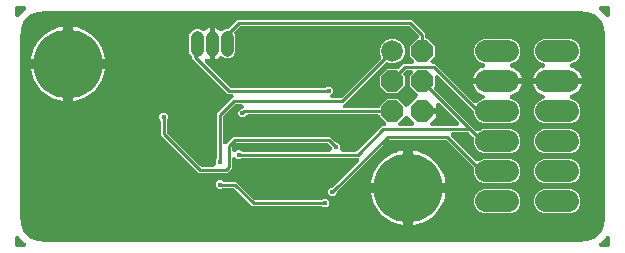
<source format=gbr>
G04 EAGLE Gerber RS-274X export*
G75*
%MOMM*%
%FSLAX34Y34*%
%LPD*%
%INBottom Copper*%
%IPPOS*%
%AMOC8*
5,1,8,0,0,1.08239X$1,22.5*%
G01*
%ADD10C,1.108000*%
%ADD11C,1.828800*%
%ADD12C,5.842000*%
%ADD13C,1.828800*%
%ADD14P,1.979475X8X292.500000*%
%ADD15C,0.254000*%
%ADD16C,0.452400*%
%ADD17C,0.502400*%

G36*
X477279Y2003D02*
X477279Y2003D01*
X477306Y2001D01*
X477479Y2023D01*
X477653Y2041D01*
X477678Y2048D01*
X477705Y2052D01*
X477871Y2107D01*
X478038Y2159D01*
X478061Y2172D01*
X478087Y2180D01*
X478238Y2267D01*
X478392Y2351D01*
X478412Y2368D01*
X478436Y2381D01*
X478689Y2596D01*
X478856Y2763D01*
X480000Y2763D01*
X480066Y2769D01*
X480159Y2769D01*
X482538Y2956D01*
X482610Y2969D01*
X482684Y2973D01*
X482848Y3012D01*
X482934Y3027D01*
X482965Y3040D01*
X483006Y3049D01*
X487531Y4519D01*
X487671Y4581D01*
X487814Y4636D01*
X487861Y4664D01*
X487900Y4681D01*
X487970Y4731D01*
X488097Y4808D01*
X491946Y7604D01*
X492060Y7706D01*
X492179Y7802D01*
X492215Y7844D01*
X492247Y7872D01*
X492299Y7941D01*
X492396Y8054D01*
X495192Y11903D01*
X495269Y12035D01*
X495353Y12163D01*
X495374Y12214D01*
X495395Y12250D01*
X495423Y12332D01*
X495481Y12469D01*
X496951Y16994D01*
X496966Y17065D01*
X496991Y17134D01*
X497018Y17302D01*
X497036Y17387D01*
X497037Y17420D01*
X497044Y17462D01*
X497231Y19841D01*
X497230Y19907D01*
X497237Y20000D01*
X497237Y21144D01*
X497404Y21311D01*
X497421Y21332D01*
X497442Y21350D01*
X497549Y21488D01*
X497659Y21623D01*
X497672Y21647D01*
X497688Y21668D01*
X497766Y21825D01*
X497848Y21979D01*
X497856Y22004D01*
X497868Y22028D01*
X497913Y22198D01*
X497963Y22365D01*
X497965Y22391D01*
X497972Y22417D01*
X497999Y22748D01*
X497999Y177252D01*
X497997Y177279D01*
X497999Y177306D01*
X497977Y177479D01*
X497959Y177653D01*
X497952Y177678D01*
X497948Y177705D01*
X497893Y177871D01*
X497841Y178038D01*
X497828Y178061D01*
X497820Y178087D01*
X497733Y178238D01*
X497649Y178392D01*
X497632Y178412D01*
X497619Y178436D01*
X497404Y178689D01*
X497237Y178856D01*
X497237Y180000D01*
X497231Y180066D01*
X497231Y180159D01*
X497044Y182538D01*
X497031Y182610D01*
X497027Y182684D01*
X496988Y182848D01*
X496973Y182934D01*
X496960Y182965D01*
X496951Y183006D01*
X495481Y187531D01*
X495439Y187625D01*
X495417Y187693D01*
X495397Y187729D01*
X495364Y187814D01*
X495336Y187861D01*
X495319Y187900D01*
X495269Y187970D01*
X495192Y188097D01*
X492396Y191946D01*
X492294Y192060D01*
X492198Y192179D01*
X492156Y192215D01*
X492128Y192247D01*
X492059Y192299D01*
X491946Y192396D01*
X488097Y195192D01*
X487965Y195269D01*
X487837Y195353D01*
X487786Y195374D01*
X487750Y195395D01*
X487668Y195423D01*
X487531Y195481D01*
X483006Y196951D01*
X482935Y196966D01*
X482866Y196991D01*
X482698Y197018D01*
X482613Y197036D01*
X482580Y197037D01*
X482538Y197044D01*
X480159Y197231D01*
X480093Y197230D01*
X480000Y197237D01*
X478856Y197237D01*
X478689Y197404D01*
X478668Y197421D01*
X478650Y197442D01*
X478512Y197549D01*
X478377Y197659D01*
X478353Y197672D01*
X478332Y197688D01*
X478175Y197766D01*
X478021Y197848D01*
X477996Y197856D01*
X477972Y197868D01*
X477802Y197913D01*
X477635Y197963D01*
X477609Y197965D01*
X477583Y197972D01*
X477252Y197999D01*
X22748Y197999D01*
X22721Y197997D01*
X22694Y197999D01*
X22521Y197977D01*
X22347Y197959D01*
X22322Y197952D01*
X22295Y197948D01*
X22129Y197893D01*
X21962Y197841D01*
X21939Y197828D01*
X21913Y197820D01*
X21762Y197733D01*
X21608Y197649D01*
X21588Y197632D01*
X21564Y197619D01*
X21311Y197404D01*
X21144Y197237D01*
X20000Y197237D01*
X19934Y197231D01*
X19841Y197231D01*
X17462Y197044D01*
X17390Y197031D01*
X17316Y197027D01*
X17168Y196992D01*
X17163Y196991D01*
X17153Y196988D01*
X17152Y196988D01*
X17066Y196973D01*
X17035Y196960D01*
X16994Y196951D01*
X12469Y195481D01*
X12329Y195419D01*
X12186Y195364D01*
X12139Y195336D01*
X12100Y195319D01*
X12030Y195269D01*
X11903Y195192D01*
X8054Y192396D01*
X7940Y192294D01*
X7821Y192198D01*
X7785Y192156D01*
X7753Y192128D01*
X7701Y192059D01*
X7604Y191946D01*
X4808Y188097D01*
X4746Y187991D01*
X4741Y187985D01*
X4730Y187965D01*
X4647Y187837D01*
X4626Y187786D01*
X4605Y187750D01*
X4577Y187670D01*
X4555Y187628D01*
X4546Y187594D01*
X4519Y187531D01*
X3049Y183006D01*
X3034Y182935D01*
X3009Y182866D01*
X2982Y182698D01*
X2964Y182613D01*
X2963Y182580D01*
X2956Y182538D01*
X2769Y180159D01*
X2770Y180093D01*
X2763Y180000D01*
X2763Y178856D01*
X2596Y178689D01*
X2579Y178668D01*
X2558Y178650D01*
X2451Y178512D01*
X2341Y178377D01*
X2328Y178353D01*
X2312Y178332D01*
X2234Y178175D01*
X2152Y178021D01*
X2144Y177996D01*
X2132Y177972D01*
X2087Y177802D01*
X2037Y177635D01*
X2035Y177609D01*
X2028Y177583D01*
X2001Y177252D01*
X2001Y22748D01*
X2003Y22721D01*
X2001Y22694D01*
X2023Y22521D01*
X2041Y22347D01*
X2048Y22322D01*
X2052Y22295D01*
X2107Y22129D01*
X2159Y21962D01*
X2172Y21939D01*
X2180Y21913D01*
X2267Y21762D01*
X2351Y21608D01*
X2368Y21588D01*
X2381Y21564D01*
X2596Y21311D01*
X2763Y21144D01*
X2763Y20000D01*
X2769Y19934D01*
X2769Y19841D01*
X2956Y17462D01*
X2969Y17390D01*
X2973Y17316D01*
X3012Y17152D01*
X3027Y17066D01*
X3040Y17035D01*
X3049Y16994D01*
X4519Y12469D01*
X4581Y12329D01*
X4636Y12186D01*
X4664Y12139D01*
X4681Y12100D01*
X4731Y12030D01*
X4808Y11903D01*
X7604Y8054D01*
X7706Y7940D01*
X7802Y7821D01*
X7844Y7785D01*
X7872Y7753D01*
X7941Y7701D01*
X8054Y7604D01*
X11903Y4808D01*
X12035Y4731D01*
X12163Y4647D01*
X12214Y4626D01*
X12250Y4605D01*
X12332Y4577D01*
X12469Y4519D01*
X16994Y3049D01*
X17065Y3034D01*
X17134Y3009D01*
X17302Y2982D01*
X17387Y2964D01*
X17420Y2963D01*
X17462Y2956D01*
X19841Y2769D01*
X19907Y2770D01*
X20000Y2763D01*
X21144Y2763D01*
X21311Y2596D01*
X21318Y2590D01*
X21319Y2589D01*
X21328Y2582D01*
X21332Y2579D01*
X21350Y2558D01*
X21488Y2451D01*
X21623Y2341D01*
X21647Y2328D01*
X21668Y2312D01*
X21825Y2234D01*
X21979Y2152D01*
X22004Y2144D01*
X22028Y2132D01*
X22198Y2087D01*
X22365Y2037D01*
X22391Y2035D01*
X22417Y2028D01*
X22748Y2001D01*
X477252Y2001D01*
X477279Y2003D01*
G37*
%LPC*%
G36*
X265237Y40917D02*
X265237Y40917D01*
X263167Y42987D01*
X263167Y45913D01*
X265237Y47983D01*
X265798Y47983D01*
X265825Y47985D01*
X265852Y47983D01*
X266025Y48005D01*
X266199Y48023D01*
X266224Y48030D01*
X266251Y48034D01*
X266417Y48089D01*
X266584Y48141D01*
X266607Y48154D01*
X266633Y48162D01*
X266784Y48249D01*
X266938Y48333D01*
X266958Y48350D01*
X266982Y48363D01*
X267235Y48578D01*
X288849Y70192D01*
X288854Y70199D01*
X288861Y70204D01*
X288981Y70354D01*
X289104Y70503D01*
X289108Y70511D01*
X289113Y70518D01*
X289202Y70689D01*
X289292Y70859D01*
X289295Y70867D01*
X289299Y70875D01*
X289352Y71061D01*
X289407Y71245D01*
X289408Y71254D01*
X289410Y71262D01*
X289426Y71454D01*
X289443Y71646D01*
X289442Y71655D01*
X289443Y71664D01*
X289421Y71853D01*
X289400Y72046D01*
X289397Y72055D01*
X289396Y72063D01*
X289337Y72245D01*
X289279Y72430D01*
X289274Y72438D01*
X289271Y72446D01*
X289176Y72615D01*
X289084Y72782D01*
X289078Y72789D01*
X289074Y72797D01*
X288948Y72943D01*
X288823Y73089D01*
X288816Y73095D01*
X288810Y73102D01*
X288659Y73219D01*
X288507Y73339D01*
X288499Y73343D01*
X288492Y73348D01*
X288320Y73434D01*
X288148Y73521D01*
X288140Y73524D01*
X288132Y73528D01*
X287945Y73578D01*
X287760Y73629D01*
X287752Y73630D01*
X287743Y73632D01*
X287412Y73659D01*
X190622Y73659D01*
X190595Y73657D01*
X190568Y73659D01*
X190394Y73637D01*
X190221Y73619D01*
X190196Y73612D01*
X190169Y73608D01*
X190003Y73553D01*
X189836Y73501D01*
X189813Y73488D01*
X189787Y73480D01*
X189636Y73393D01*
X189482Y73309D01*
X189462Y73292D01*
X189438Y73279D01*
X189185Y73064D01*
X188788Y72667D01*
X185862Y72667D01*
X185078Y73451D01*
X185071Y73456D01*
X185066Y73463D01*
X184915Y73584D01*
X184767Y73706D01*
X184759Y73710D01*
X184752Y73716D01*
X184582Y73804D01*
X184411Y73894D01*
X184402Y73897D01*
X184395Y73901D01*
X184210Y73954D01*
X184025Y74009D01*
X184016Y74010D01*
X184008Y74012D01*
X183817Y74028D01*
X183624Y74046D01*
X183615Y74045D01*
X183606Y74045D01*
X183417Y74023D01*
X183224Y74002D01*
X183215Y73999D01*
X183207Y73998D01*
X183025Y73939D01*
X182840Y73881D01*
X182832Y73876D01*
X182824Y73874D01*
X182657Y73779D01*
X182488Y73686D01*
X182481Y73680D01*
X182473Y73676D01*
X182328Y73551D01*
X182181Y73425D01*
X182175Y73418D01*
X182168Y73413D01*
X182052Y73262D01*
X181931Y73109D01*
X181927Y73101D01*
X181922Y73094D01*
X181837Y72924D01*
X181749Y72751D01*
X181746Y72742D01*
X181742Y72734D01*
X181693Y72548D01*
X181641Y72363D01*
X181640Y72354D01*
X181638Y72345D01*
X181611Y72014D01*
X181611Y64988D01*
X177582Y60959D01*
X153253Y60959D01*
X121284Y92928D01*
X121284Y104653D01*
X121282Y104680D01*
X121284Y104707D01*
X121262Y104881D01*
X121244Y105054D01*
X121237Y105079D01*
X121233Y105106D01*
X121178Y105272D01*
X121126Y105439D01*
X121113Y105462D01*
X121105Y105488D01*
X121018Y105639D01*
X120934Y105793D01*
X120917Y105813D01*
X120904Y105837D01*
X120689Y106090D01*
X120292Y106487D01*
X120292Y109413D01*
X122362Y111483D01*
X125288Y111483D01*
X127358Y109413D01*
X127358Y106487D01*
X126961Y106090D01*
X126944Y106069D01*
X126923Y106051D01*
X126816Y105914D01*
X126706Y105778D01*
X126693Y105754D01*
X126677Y105733D01*
X126599Y105576D01*
X126517Y105422D01*
X126509Y105397D01*
X126497Y105373D01*
X126452Y105203D01*
X126402Y105037D01*
X126400Y105010D01*
X126393Y104984D01*
X126366Y104653D01*
X126366Y95874D01*
X126368Y95847D01*
X126366Y95820D01*
X126388Y95647D01*
X126406Y95473D01*
X126413Y95448D01*
X126417Y95421D01*
X126472Y95255D01*
X126524Y95088D01*
X126537Y95065D01*
X126545Y95039D01*
X126632Y94888D01*
X126716Y94734D01*
X126733Y94714D01*
X126746Y94690D01*
X126961Y94437D01*
X154762Y66636D01*
X154783Y66619D01*
X154801Y66598D01*
X154939Y66491D01*
X155074Y66381D01*
X155098Y66368D01*
X155119Y66352D01*
X155276Y66274D01*
X155430Y66192D01*
X155455Y66184D01*
X155479Y66172D01*
X155649Y66127D01*
X155816Y66077D01*
X155842Y66075D01*
X155868Y66068D01*
X156199Y66041D01*
X165886Y66041D01*
X165904Y66043D01*
X165922Y66041D01*
X166104Y66062D01*
X166287Y66081D01*
X166304Y66086D01*
X166321Y66088D01*
X166496Y66145D01*
X166672Y66199D01*
X166687Y66207D01*
X166704Y66213D01*
X166864Y66303D01*
X167026Y66391D01*
X167039Y66402D01*
X167055Y66411D01*
X167194Y66531D01*
X167335Y66648D01*
X167346Y66662D01*
X167360Y66674D01*
X167472Y66819D01*
X167587Y66962D01*
X167595Y66978D01*
X167606Y66992D01*
X167688Y67157D01*
X167773Y67319D01*
X167778Y67336D01*
X167786Y67352D01*
X167833Y67531D01*
X167884Y67706D01*
X167886Y67724D01*
X167890Y67741D01*
X167917Y68072D01*
X167917Y71313D01*
X168314Y71710D01*
X168331Y71731D01*
X168352Y71749D01*
X168459Y71886D01*
X168569Y72022D01*
X168582Y72046D01*
X168598Y72067D01*
X168676Y72224D01*
X168758Y72378D01*
X168766Y72403D01*
X168778Y72427D01*
X168823Y72597D01*
X168873Y72763D01*
X168875Y72790D01*
X168882Y72816D01*
X168909Y73147D01*
X168909Y110590D01*
X170993Y112673D01*
X182486Y124167D01*
X182492Y124174D01*
X182499Y124179D01*
X182618Y124328D01*
X182741Y124478D01*
X182745Y124486D01*
X182751Y124493D01*
X182839Y124663D01*
X182930Y124834D01*
X182932Y124843D01*
X182936Y124850D01*
X182990Y125035D01*
X183045Y125220D01*
X183045Y125229D01*
X183048Y125237D01*
X183063Y125429D01*
X183081Y125621D01*
X183080Y125630D01*
X183081Y125639D01*
X183059Y125828D01*
X183038Y126021D01*
X183035Y126030D01*
X183034Y126038D01*
X182974Y126220D01*
X182916Y126405D01*
X182912Y126413D01*
X182909Y126421D01*
X182815Y126588D01*
X182721Y126757D01*
X182715Y126764D01*
X182711Y126772D01*
X182585Y126918D01*
X182461Y127064D01*
X182454Y127070D01*
X182448Y127077D01*
X182296Y127194D01*
X182145Y127314D01*
X182137Y127318D01*
X182130Y127323D01*
X181958Y127409D01*
X181786Y127496D01*
X181777Y127499D01*
X181769Y127503D01*
X181583Y127553D01*
X181398Y127604D01*
X181389Y127605D01*
X181380Y127607D01*
X181050Y127634D01*
X178335Y127634D01*
X148272Y157698D01*
X148272Y158215D01*
X148269Y158242D01*
X148271Y158268D01*
X148249Y158442D01*
X148232Y158616D01*
X148224Y158641D01*
X148221Y158668D01*
X148165Y158834D01*
X148114Y159001D01*
X148101Y159024D01*
X148092Y159050D01*
X148005Y159201D01*
X147922Y159355D01*
X147905Y159375D01*
X147891Y159398D01*
X147677Y159651D01*
X146626Y160702D01*
X145589Y163205D01*
X145589Y176995D01*
X146626Y179498D01*
X148542Y181414D01*
X151045Y182451D01*
X153755Y182451D01*
X156258Y181414D01*
X156416Y181256D01*
X156429Y181245D01*
X156441Y181231D01*
X156585Y181117D01*
X156727Y181001D01*
X156743Y180993D01*
X156757Y180982D01*
X156921Y180898D01*
X157083Y180812D01*
X157100Y180807D01*
X157116Y180799D01*
X157293Y180750D01*
X157469Y180698D01*
X157487Y180696D01*
X157504Y180691D01*
X157687Y180678D01*
X157870Y180661D01*
X157888Y180663D01*
X157905Y180662D01*
X158087Y180685D01*
X158270Y180705D01*
X158287Y180710D01*
X158305Y180712D01*
X158478Y180771D01*
X158654Y180826D01*
X158670Y180835D01*
X158686Y180841D01*
X158846Y180932D01*
X159006Y181021D01*
X159020Y181033D01*
X159035Y181041D01*
X159288Y181256D01*
X159949Y181917D01*
X161272Y182801D01*
X161681Y182971D01*
X161682Y182971D01*
X162743Y183410D01*
X163069Y183475D01*
X163069Y170100D01*
X163069Y156725D01*
X162743Y156790D01*
X161291Y157391D01*
X161287Y157393D01*
X161283Y157395D01*
X161098Y157450D01*
X160906Y157508D01*
X160901Y157508D01*
X160897Y157509D01*
X160699Y157527D01*
X160505Y157546D01*
X160500Y157545D01*
X160496Y157546D01*
X160294Y157524D01*
X160104Y157504D01*
X160100Y157503D01*
X160096Y157502D01*
X159903Y157441D01*
X159720Y157384D01*
X159716Y157382D01*
X159712Y157381D01*
X159537Y157284D01*
X159367Y157191D01*
X159363Y157188D01*
X159359Y157186D01*
X159209Y157058D01*
X159059Y156932D01*
X159056Y156928D01*
X159052Y156926D01*
X158930Y156770D01*
X158808Y156617D01*
X158806Y156613D01*
X158803Y156610D01*
X158712Y156430D01*
X158624Y156259D01*
X158623Y156255D01*
X158620Y156251D01*
X158567Y156058D01*
X158514Y155872D01*
X158514Y155867D01*
X158512Y155863D01*
X158498Y155661D01*
X158483Y155470D01*
X158483Y155466D01*
X158483Y155461D01*
X158509Y155257D01*
X158532Y155070D01*
X158533Y155066D01*
X158534Y155062D01*
X158596Y154875D01*
X158658Y154688D01*
X158660Y154684D01*
X158662Y154680D01*
X158760Y154510D01*
X158858Y154339D01*
X158860Y154335D01*
X158863Y154331D01*
X159077Y154078D01*
X179845Y133311D01*
X179866Y133294D01*
X179883Y133273D01*
X180021Y133166D01*
X180156Y133056D01*
X180180Y133043D01*
X180201Y133027D01*
X180358Y132949D01*
X180512Y132867D01*
X180538Y132859D01*
X180562Y132847D01*
X180731Y132802D01*
X180898Y132752D01*
X180925Y132750D01*
X180951Y132743D01*
X181281Y132716D01*
X260228Y132716D01*
X260255Y132718D01*
X260282Y132716D01*
X260456Y132738D01*
X260629Y132756D01*
X260654Y132763D01*
X260681Y132767D01*
X260847Y132822D01*
X261014Y132874D01*
X261037Y132887D01*
X261063Y132895D01*
X261214Y132982D01*
X261368Y133066D01*
X261388Y133083D01*
X261412Y133096D01*
X261665Y133311D01*
X262062Y133708D01*
X264988Y133708D01*
X267058Y131638D01*
X267058Y128712D01*
X265639Y127293D01*
X265634Y127286D01*
X265627Y127281D01*
X265506Y127131D01*
X265384Y126982D01*
X265380Y126974D01*
X265374Y126967D01*
X265286Y126797D01*
X265196Y126626D01*
X265193Y126617D01*
X265189Y126610D01*
X265136Y126425D01*
X265081Y126240D01*
X265080Y126231D01*
X265078Y126223D01*
X265062Y126032D01*
X265044Y125839D01*
X265045Y125830D01*
X265045Y125821D01*
X265067Y125632D01*
X265088Y125439D01*
X265091Y125430D01*
X265092Y125422D01*
X265152Y125237D01*
X265209Y125055D01*
X265214Y125047D01*
X265216Y125039D01*
X265311Y124872D01*
X265404Y124703D01*
X265410Y124696D01*
X265414Y124688D01*
X265539Y124543D01*
X265665Y124396D01*
X265672Y124390D01*
X265677Y124383D01*
X265828Y124267D01*
X265981Y124146D01*
X265989Y124142D01*
X265996Y124137D01*
X266167Y124051D01*
X266340Y123964D01*
X266348Y123961D01*
X266356Y123957D01*
X266542Y123907D01*
X266727Y123856D01*
X266736Y123855D01*
X266745Y123853D01*
X267076Y123826D01*
X273379Y123826D01*
X273405Y123828D01*
X273432Y123826D01*
X273606Y123848D01*
X273779Y123866D01*
X273805Y123873D01*
X273831Y123877D01*
X273997Y123932D01*
X274164Y123984D01*
X274188Y123997D01*
X274213Y124005D01*
X274365Y124092D01*
X274518Y124176D01*
X274539Y124193D01*
X274562Y124206D01*
X274815Y124421D01*
X307586Y157192D01*
X307600Y157209D01*
X307617Y157224D01*
X307728Y157365D01*
X307841Y157504D01*
X307852Y157523D01*
X307866Y157541D01*
X307947Y157702D01*
X308030Y157859D01*
X308036Y157880D01*
X308046Y157901D01*
X308094Y158074D01*
X308145Y158245D01*
X308147Y158267D01*
X308153Y158289D01*
X308165Y158468D01*
X308181Y158646D01*
X308179Y158668D01*
X308180Y158691D01*
X308157Y158868D01*
X308138Y159046D01*
X308131Y159068D01*
X308128Y159090D01*
X308027Y159406D01*
X307085Y161678D01*
X307085Y165822D01*
X308671Y169649D01*
X311601Y172579D01*
X315428Y174165D01*
X319572Y174165D01*
X323399Y172579D01*
X326329Y169649D01*
X327915Y165822D01*
X327915Y161678D01*
X326329Y157851D01*
X324982Y156503D01*
X324976Y156496D01*
X324969Y156491D01*
X324849Y156341D01*
X324727Y156192D01*
X324723Y156184D01*
X324717Y156177D01*
X324629Y156007D01*
X324538Y155836D01*
X324536Y155827D01*
X324532Y155820D01*
X324478Y155634D01*
X324423Y155450D01*
X324423Y155441D01*
X324420Y155433D01*
X324405Y155242D01*
X324402Y155210D01*
X324263Y155191D01*
X324068Y155167D01*
X324064Y155166D01*
X324060Y155165D01*
X323744Y155063D01*
X319572Y153335D01*
X315428Y153335D01*
X313492Y154138D01*
X313470Y154144D01*
X313450Y154154D01*
X313278Y154202D01*
X313106Y154254D01*
X313084Y154256D01*
X313062Y154262D01*
X312883Y154275D01*
X312705Y154292D01*
X312683Y154290D01*
X312661Y154291D01*
X312483Y154269D01*
X312305Y154251D01*
X312284Y154244D01*
X312261Y154241D01*
X312091Y154184D01*
X311921Y154131D01*
X311901Y154120D01*
X311880Y154113D01*
X311724Y154023D01*
X311567Y153937D01*
X311550Y153923D01*
X311531Y153912D01*
X311278Y153697D01*
X278408Y120828D01*
X276301Y118721D01*
X276296Y118714D01*
X276289Y118708D01*
X276169Y118559D01*
X276046Y118409D01*
X276042Y118401D01*
X276037Y118394D01*
X275948Y118224D01*
X275858Y118054D01*
X275855Y118045D01*
X275851Y118037D01*
X275798Y117852D01*
X275743Y117668D01*
X275742Y117659D01*
X275740Y117650D01*
X275724Y117457D01*
X275707Y117267D01*
X275708Y117258D01*
X275707Y117249D01*
X275729Y117058D01*
X275750Y116866D01*
X275753Y116858D01*
X275754Y116849D01*
X275813Y116667D01*
X275871Y116483D01*
X275876Y116475D01*
X275879Y116466D01*
X275973Y116299D01*
X276066Y116130D01*
X276072Y116123D01*
X276076Y116116D01*
X276202Y115971D01*
X276327Y115823D01*
X276334Y115818D01*
X276340Y115811D01*
X276491Y115694D01*
X276643Y115574D01*
X276651Y115570D01*
X276658Y115564D01*
X276830Y115479D01*
X277002Y115391D01*
X277010Y115389D01*
X277018Y115385D01*
X277204Y115335D01*
X277389Y115283D01*
X277398Y115283D01*
X277407Y115280D01*
X277738Y115253D01*
X305054Y115253D01*
X305072Y115255D01*
X305090Y115254D01*
X305272Y115275D01*
X305455Y115293D01*
X305472Y115298D01*
X305489Y115300D01*
X305664Y115357D01*
X305840Y115411D01*
X305855Y115420D01*
X305872Y115425D01*
X306032Y115516D01*
X306194Y115603D01*
X306207Y115614D01*
X306223Y115623D01*
X306362Y115743D01*
X306503Y115861D01*
X306514Y115875D01*
X306528Y115886D01*
X306640Y116031D01*
X306755Y116175D01*
X306763Y116190D01*
X306774Y116204D01*
X306856Y116369D01*
X306941Y116532D01*
X306946Y116549D01*
X306954Y116565D01*
X307001Y116743D01*
X307052Y116919D01*
X307054Y116937D01*
X307058Y116954D01*
X307083Y117262D01*
X313186Y123365D01*
X321814Y123365D01*
X327866Y117313D01*
X327879Y117302D01*
X327891Y117288D01*
X328035Y117174D01*
X328177Y117058D01*
X328193Y117050D01*
X328207Y117038D01*
X328371Y116955D01*
X328533Y116869D01*
X328550Y116864D01*
X328566Y116856D01*
X328743Y116807D01*
X328919Y116754D01*
X328937Y116753D01*
X328954Y116748D01*
X329137Y116735D01*
X329320Y116718D01*
X329338Y116720D01*
X329355Y116719D01*
X329537Y116742D01*
X329720Y116761D01*
X329737Y116767D01*
X329755Y116769D01*
X329928Y116827D01*
X330104Y116883D01*
X330120Y116892D01*
X330136Y116897D01*
X330296Y116989D01*
X330456Y117078D01*
X330470Y117089D01*
X330485Y117098D01*
X330738Y117313D01*
X338537Y125112D01*
X338548Y125126D01*
X338562Y125137D01*
X338675Y125281D01*
X338792Y125423D01*
X338800Y125439D01*
X338812Y125453D01*
X338895Y125617D01*
X338981Y125779D01*
X338986Y125796D01*
X338994Y125812D01*
X339043Y125989D01*
X339096Y126165D01*
X339097Y126183D01*
X339102Y126200D01*
X339115Y126383D01*
X339132Y126566D01*
X339130Y126584D01*
X339131Y126601D01*
X339108Y126783D01*
X339089Y126966D01*
X339083Y126983D01*
X339081Y127001D01*
X339023Y127175D01*
X338967Y127350D01*
X338958Y127366D01*
X338953Y127382D01*
X338861Y127542D01*
X338772Y127702D01*
X338761Y127716D01*
X338752Y127731D01*
X338537Y127984D01*
X332485Y134036D01*
X332485Y142664D01*
X334308Y144487D01*
X334314Y144494D01*
X334321Y144499D01*
X334441Y144649D01*
X334563Y144798D01*
X334567Y144806D01*
X334573Y144813D01*
X334661Y144983D01*
X334752Y145154D01*
X334754Y145163D01*
X334758Y145170D01*
X334811Y145355D01*
X334867Y145540D01*
X334867Y145549D01*
X334870Y145557D01*
X334885Y145748D01*
X334903Y145941D01*
X334902Y145950D01*
X334903Y145959D01*
X334880Y146148D01*
X334860Y146341D01*
X334857Y146350D01*
X334856Y146358D01*
X334796Y146540D01*
X334738Y146725D01*
X334734Y146733D01*
X334731Y146741D01*
X334636Y146910D01*
X334543Y147077D01*
X334537Y147084D01*
X334533Y147092D01*
X334407Y147238D01*
X334283Y147384D01*
X334276Y147390D01*
X334270Y147397D01*
X334118Y147514D01*
X333967Y147634D01*
X333959Y147638D01*
X333952Y147643D01*
X333780Y147729D01*
X333608Y147816D01*
X333599Y147819D01*
X333591Y147823D01*
X333405Y147873D01*
X333220Y147924D01*
X333211Y147925D01*
X333202Y147927D01*
X332872Y147954D01*
X330189Y147954D01*
X330162Y147952D01*
X330135Y147954D01*
X329962Y147932D01*
X329788Y147914D01*
X329763Y147907D01*
X329736Y147903D01*
X329570Y147848D01*
X329403Y147796D01*
X329380Y147783D01*
X329354Y147775D01*
X329203Y147688D01*
X329049Y147604D01*
X329029Y147587D01*
X329005Y147574D01*
X328752Y147359D01*
X327422Y146029D01*
X327411Y146015D01*
X327397Y146004D01*
X327284Y145860D01*
X327167Y145718D01*
X327159Y145702D01*
X327148Y145688D01*
X327065Y145524D01*
X326979Y145362D01*
X326973Y145345D01*
X326965Y145329D01*
X326916Y145152D01*
X326864Y144976D01*
X326862Y144958D01*
X326857Y144941D01*
X326844Y144758D01*
X326827Y144575D01*
X326829Y144557D01*
X326828Y144539D01*
X326851Y144358D01*
X326871Y144175D01*
X326876Y144158D01*
X326878Y144140D01*
X326936Y143967D01*
X326992Y143791D01*
X327001Y143775D01*
X327007Y143758D01*
X327098Y143599D01*
X327187Y143439D01*
X327199Y143425D01*
X327208Y143409D01*
X327422Y143156D01*
X327915Y142664D01*
X327915Y134036D01*
X321814Y127935D01*
X313186Y127935D01*
X307085Y134036D01*
X307085Y142664D01*
X313186Y148765D01*
X322130Y148765D01*
X322157Y148767D01*
X322184Y148765D01*
X322357Y148787D01*
X322531Y148805D01*
X322556Y148812D01*
X322583Y148816D01*
X322749Y148872D01*
X322916Y148923D01*
X322939Y148935D01*
X322965Y148944D01*
X323116Y149031D01*
X323270Y149115D01*
X323290Y149132D01*
X323313Y149145D01*
X323567Y149360D01*
X325957Y151750D01*
X325960Y151754D01*
X325964Y151757D01*
X326088Y151910D01*
X326212Y152062D01*
X326214Y152066D01*
X326217Y152069D01*
X326310Y152246D01*
X326401Y152418D01*
X326402Y152422D01*
X326404Y152426D01*
X326460Y152616D01*
X326516Y152804D01*
X326516Y152808D01*
X326517Y152812D01*
X326534Y153005D01*
X326537Y153036D01*
X333982Y153036D01*
X333991Y153037D01*
X334000Y153036D01*
X334191Y153057D01*
X334382Y153076D01*
X334391Y153078D01*
X334400Y153079D01*
X334582Y153137D01*
X334767Y153194D01*
X334775Y153198D01*
X334784Y153201D01*
X334952Y153294D01*
X335121Y153386D01*
X335128Y153391D01*
X335136Y153396D01*
X335283Y153520D01*
X335431Y153643D01*
X335436Y153650D01*
X335443Y153656D01*
X335562Y153807D01*
X335683Y153957D01*
X335687Y153965D01*
X335693Y153972D01*
X335780Y154145D01*
X335868Y154314D01*
X335871Y154323D01*
X335875Y154331D01*
X335927Y154517D01*
X335980Y154701D01*
X335981Y154710D01*
X335983Y154719D01*
X335997Y154912D01*
X336013Y155103D01*
X336012Y155111D01*
X336012Y155120D01*
X335988Y155313D01*
X335966Y155502D01*
X335963Y155511D01*
X335962Y155520D01*
X335901Y155703D01*
X335841Y155885D01*
X335837Y155893D01*
X335834Y155901D01*
X335738Y156068D01*
X335643Y156236D01*
X335637Y156243D01*
X335633Y156250D01*
X335418Y156503D01*
X332485Y159436D01*
X332485Y168064D01*
X338709Y174287D01*
X338824Y174323D01*
X338832Y174327D01*
X338840Y174330D01*
X339009Y174423D01*
X339178Y174515D01*
X339185Y174520D01*
X339193Y174525D01*
X339339Y174649D01*
X339487Y174772D01*
X339493Y174779D01*
X339499Y174785D01*
X339619Y174936D01*
X339739Y175086D01*
X339744Y175094D01*
X339749Y175101D01*
X339837Y175274D01*
X339925Y175443D01*
X339927Y175452D01*
X339931Y175460D01*
X339983Y175646D01*
X340036Y175830D01*
X340037Y175839D01*
X340039Y175848D01*
X340054Y176041D01*
X340069Y176232D01*
X340068Y176240D01*
X340069Y176249D01*
X340045Y176442D01*
X340022Y176631D01*
X340020Y176640D01*
X340018Y176649D01*
X339957Y176831D01*
X339897Y177014D01*
X339893Y177022D01*
X339890Y177030D01*
X339794Y177197D01*
X339700Y177365D01*
X339694Y177372D01*
X339689Y177379D01*
X339475Y177632D01*
X332283Y184824D01*
X332262Y184841D01*
X332244Y184862D01*
X332106Y184969D01*
X331971Y185079D01*
X331947Y185092D01*
X331926Y185108D01*
X331769Y185186D01*
X331615Y185268D01*
X331590Y185276D01*
X331566Y185288D01*
X331396Y185333D01*
X331229Y185383D01*
X331203Y185385D01*
X331177Y185392D01*
X330846Y185419D01*
X189854Y185419D01*
X189827Y185417D01*
X189800Y185419D01*
X189627Y185397D01*
X189453Y185379D01*
X189428Y185372D01*
X189401Y185368D01*
X189236Y185313D01*
X189068Y185261D01*
X189045Y185248D01*
X189019Y185240D01*
X188868Y185153D01*
X188714Y185069D01*
X188694Y185052D01*
X188670Y185039D01*
X188417Y184824D01*
X184392Y180799D01*
X184378Y180782D01*
X184361Y180767D01*
X184250Y180626D01*
X184137Y180488D01*
X184127Y180468D01*
X184113Y180450D01*
X184032Y180290D01*
X183948Y180132D01*
X183942Y180110D01*
X183932Y180091D01*
X183885Y179918D01*
X183834Y179746D01*
X183832Y179724D01*
X183826Y179702D01*
X183814Y179523D01*
X183797Y179345D01*
X183800Y179323D01*
X183798Y179301D01*
X183821Y179123D01*
X183841Y178945D01*
X183847Y178923D01*
X183850Y178901D01*
X183952Y178585D01*
X184611Y176995D01*
X184611Y163205D01*
X183574Y160702D01*
X181658Y158786D01*
X179155Y157749D01*
X176445Y157749D01*
X173942Y158786D01*
X173784Y158944D01*
X173771Y158955D01*
X173759Y158969D01*
X173615Y159083D01*
X173473Y159199D01*
X173457Y159207D01*
X173443Y159218D01*
X173279Y159302D01*
X173117Y159388D01*
X173100Y159393D01*
X173084Y159401D01*
X172907Y159450D01*
X172731Y159502D01*
X172713Y159504D01*
X172696Y159509D01*
X172513Y159522D01*
X172330Y159539D01*
X172312Y159537D01*
X172295Y159538D01*
X172113Y159515D01*
X171930Y159495D01*
X171913Y159490D01*
X171895Y159488D01*
X171722Y159429D01*
X171546Y159374D01*
X171530Y159365D01*
X171514Y159359D01*
X171354Y159268D01*
X171194Y159179D01*
X171180Y159167D01*
X171165Y159159D01*
X170912Y158944D01*
X170251Y158283D01*
X168928Y157399D01*
X167457Y156790D01*
X167131Y156725D01*
X167131Y170100D01*
X167131Y183475D01*
X167457Y183410D01*
X168928Y182801D01*
X170251Y181917D01*
X170912Y181256D01*
X170925Y181245D01*
X170937Y181231D01*
X171081Y181118D01*
X171223Y181001D01*
X171239Y180993D01*
X171253Y180982D01*
X171416Y180899D01*
X171579Y180812D01*
X171596Y180807D01*
X171612Y180799D01*
X171789Y180750D01*
X171965Y180698D01*
X171983Y180696D01*
X172000Y180691D01*
X172183Y180678D01*
X172366Y180661D01*
X172384Y180663D01*
X172401Y180662D01*
X172584Y180685D01*
X172766Y180705D01*
X172783Y180710D01*
X172801Y180712D01*
X172975Y180771D01*
X173150Y180826D01*
X173166Y180835D01*
X173182Y180841D01*
X173342Y180932D01*
X173502Y181021D01*
X173516Y181032D01*
X173531Y181041D01*
X173784Y181256D01*
X173942Y181414D01*
X176445Y182451D01*
X178016Y182451D01*
X178043Y182453D01*
X178070Y182451D01*
X178244Y182473D01*
X178417Y182491D01*
X178442Y182498D01*
X178469Y182502D01*
X178635Y182558D01*
X178802Y182609D01*
X178825Y182622D01*
X178851Y182630D01*
X179002Y182717D01*
X179156Y182801D01*
X179176Y182818D01*
X179200Y182831D01*
X179453Y183046D01*
X186908Y190501D01*
X333792Y190501D01*
X345441Y178852D01*
X345441Y176196D01*
X345443Y176178D01*
X345441Y176160D01*
X345462Y175978D01*
X345481Y175795D01*
X345486Y175778D01*
X345488Y175761D01*
X345545Y175586D01*
X345599Y175410D01*
X345607Y175395D01*
X345613Y175378D01*
X345703Y175218D01*
X345791Y175056D01*
X345802Y175043D01*
X345811Y175027D01*
X345931Y174888D01*
X346048Y174747D01*
X346062Y174736D01*
X346074Y174722D01*
X346219Y174610D01*
X346362Y174495D01*
X346378Y174487D01*
X346392Y174476D01*
X346557Y174394D01*
X346719Y174309D01*
X346736Y174304D01*
X346752Y174296D01*
X346931Y174249D01*
X347106Y174198D01*
X347124Y174196D01*
X347141Y174192D01*
X347191Y174188D01*
X353315Y168064D01*
X353315Y159436D01*
X350382Y156503D01*
X350376Y156496D01*
X350369Y156491D01*
X350249Y156341D01*
X350127Y156192D01*
X350123Y156184D01*
X350117Y156177D01*
X350029Y156007D01*
X349938Y155836D01*
X349936Y155827D01*
X349932Y155820D01*
X349878Y155634D01*
X349823Y155450D01*
X349823Y155441D01*
X349820Y155433D01*
X349805Y155242D01*
X349787Y155049D01*
X349788Y155040D01*
X349787Y155031D01*
X349810Y154842D01*
X349830Y154649D01*
X349833Y154640D01*
X349834Y154632D01*
X349894Y154450D01*
X349952Y154265D01*
X349956Y154257D01*
X349959Y154249D01*
X350054Y154080D01*
X350147Y153913D01*
X350153Y153906D01*
X350157Y153898D01*
X350283Y153752D01*
X350407Y153606D01*
X350414Y153600D01*
X350420Y153593D01*
X350572Y153476D01*
X350723Y153356D01*
X350731Y153352D01*
X350738Y153347D01*
X350910Y153261D01*
X351082Y153174D01*
X351091Y153171D01*
X351099Y153167D01*
X351285Y153117D01*
X351470Y153066D01*
X351479Y153065D01*
X351488Y153063D01*
X351818Y153036D01*
X353795Y153036D01*
X386768Y120063D01*
X386782Y120052D01*
X386793Y120038D01*
X386937Y119924D01*
X387079Y119808D01*
X387095Y119800D01*
X387109Y119788D01*
X387273Y119705D01*
X387435Y119619D01*
X387452Y119614D01*
X387468Y119606D01*
X387645Y119557D01*
X387821Y119504D01*
X387839Y119503D01*
X387856Y119498D01*
X388039Y119485D01*
X388222Y119468D01*
X388240Y119470D01*
X388257Y119469D01*
X388439Y119492D01*
X388622Y119511D01*
X388639Y119517D01*
X388657Y119519D01*
X388831Y119577D01*
X389006Y119633D01*
X389022Y119642D01*
X389038Y119647D01*
X389197Y119739D01*
X389358Y119828D01*
X389372Y119839D01*
X389387Y119848D01*
X389640Y120063D01*
X391357Y121779D01*
X394660Y123148D01*
X394738Y123189D01*
X394821Y123222D01*
X394915Y123284D01*
X395015Y123338D01*
X395083Y123394D01*
X395158Y123443D01*
X395238Y123522D01*
X395325Y123594D01*
X395381Y123663D01*
X395445Y123725D01*
X395508Y123819D01*
X395579Y123907D01*
X395620Y123985D01*
X395670Y124059D01*
X395714Y124163D01*
X395766Y124263D01*
X395791Y124348D01*
X395825Y124430D01*
X395847Y124541D01*
X395879Y124650D01*
X395887Y124738D01*
X395904Y124825D01*
X395904Y124938D01*
X395914Y125051D01*
X395904Y125139D01*
X395904Y125228D01*
X395881Y125339D01*
X395869Y125451D01*
X395842Y125535D01*
X395824Y125622D01*
X395780Y125727D01*
X395746Y125834D01*
X395702Y125912D01*
X395668Y125994D01*
X395604Y126087D01*
X395549Y126186D01*
X395491Y126253D01*
X395442Y126327D01*
X395361Y126406D01*
X395287Y126492D01*
X395217Y126546D01*
X395154Y126608D01*
X395059Y126670D01*
X394970Y126740D01*
X394891Y126780D01*
X394817Y126828D01*
X394686Y126883D01*
X394611Y126921D01*
X394566Y126933D01*
X394510Y126956D01*
X392770Y127521D01*
X391132Y128356D01*
X389644Y129437D01*
X388343Y130738D01*
X387262Y132226D01*
X386427Y133864D01*
X385859Y135614D01*
X385828Y135811D01*
X405892Y135811D01*
X405910Y135812D01*
X405927Y135811D01*
X406110Y135832D01*
X406292Y135851D01*
X406309Y135856D01*
X406327Y135858D01*
X406405Y135883D01*
X406542Y135844D01*
X406560Y135842D01*
X406577Y135838D01*
X406908Y135811D01*
X426972Y135811D01*
X426941Y135614D01*
X426373Y133864D01*
X425538Y132226D01*
X424457Y130738D01*
X423156Y129437D01*
X421668Y128356D01*
X420030Y127521D01*
X418290Y126956D01*
X418208Y126920D01*
X418124Y126894D01*
X418024Y126840D01*
X417921Y126794D01*
X417848Y126743D01*
X417770Y126701D01*
X417684Y126628D01*
X417591Y126563D01*
X417530Y126499D01*
X417462Y126441D01*
X417392Y126353D01*
X417314Y126271D01*
X417266Y126196D01*
X417211Y126127D01*
X417160Y126026D01*
X417099Y125930D01*
X417068Y125847D01*
X417027Y125769D01*
X416997Y125660D01*
X416956Y125554D01*
X416942Y125466D01*
X416918Y125381D01*
X416909Y125269D01*
X416890Y125157D01*
X416893Y125068D01*
X416886Y124980D01*
X416900Y124868D01*
X416904Y124755D01*
X416924Y124668D01*
X416935Y124580D01*
X416971Y124473D01*
X416997Y124363D01*
X417034Y124282D01*
X417062Y124198D01*
X417118Y124100D01*
X417165Y123997D01*
X417217Y123925D01*
X417261Y123848D01*
X417335Y123763D01*
X417402Y123672D01*
X417467Y123612D01*
X417526Y123545D01*
X417615Y123476D01*
X417698Y123399D01*
X417774Y123353D01*
X417845Y123299D01*
X417970Y123235D01*
X418043Y123191D01*
X418086Y123175D01*
X418140Y123148D01*
X421443Y121779D01*
X424373Y118849D01*
X425959Y115022D01*
X425959Y110878D01*
X424373Y107051D01*
X421443Y104121D01*
X417616Y102535D01*
X395184Y102535D01*
X391357Y104121D01*
X388427Y107051D01*
X386841Y110878D01*
X386841Y111962D01*
X386839Y111988D01*
X386841Y112015D01*
X386819Y112189D01*
X386801Y112362D01*
X386794Y112388D01*
X386790Y112414D01*
X386735Y112580D01*
X386683Y112747D01*
X386670Y112771D01*
X386662Y112796D01*
X386575Y112948D01*
X386491Y113101D01*
X386474Y113122D01*
X386461Y113145D01*
X386246Y113398D01*
X356782Y142862D01*
X356775Y142868D01*
X356770Y142875D01*
X356620Y142995D01*
X356471Y143117D01*
X356463Y143121D01*
X356456Y143127D01*
X356285Y143216D01*
X356115Y143306D01*
X356107Y143308D01*
X356099Y143312D01*
X355913Y143366D01*
X355729Y143421D01*
X355720Y143421D01*
X355712Y143424D01*
X355520Y143439D01*
X355328Y143457D01*
X355319Y143456D01*
X355310Y143457D01*
X355121Y143435D01*
X354928Y143414D01*
X354919Y143411D01*
X354911Y143410D01*
X354729Y143350D01*
X354544Y143292D01*
X354536Y143288D01*
X354528Y143285D01*
X354359Y143190D01*
X354192Y143097D01*
X354185Y143091D01*
X354177Y143087D01*
X354031Y142961D01*
X353885Y142837D01*
X353879Y142830D01*
X353872Y142824D01*
X353755Y142672D01*
X353635Y142521D01*
X353631Y142513D01*
X353626Y142506D01*
X353540Y142333D01*
X353453Y142162D01*
X353450Y142153D01*
X353446Y142145D01*
X353396Y141959D01*
X353345Y141774D01*
X353344Y141765D01*
X353342Y141756D01*
X353315Y141426D01*
X353315Y134025D01*
X353239Y133930D01*
X353123Y133788D01*
X353115Y133773D01*
X353104Y133759D01*
X353021Y133595D01*
X352935Y133433D01*
X352930Y133416D01*
X352922Y133400D01*
X352872Y133223D01*
X352820Y133047D01*
X352818Y133029D01*
X352814Y133012D01*
X352800Y132829D01*
X352784Y132646D01*
X352786Y132628D01*
X352784Y132610D01*
X352807Y132428D01*
X352827Y132246D01*
X352832Y132228D01*
X352835Y132211D01*
X352893Y132037D01*
X352948Y131862D01*
X352957Y131846D01*
X352963Y131829D01*
X353055Y131670D01*
X353143Y131509D01*
X353155Y131496D01*
X353164Y131480D01*
X353378Y131227D01*
X388355Y96250D01*
X388369Y96239D01*
X388381Y96225D01*
X388525Y96112D01*
X388667Y95995D01*
X388683Y95987D01*
X388697Y95976D01*
X388861Y95892D01*
X389022Y95807D01*
X389039Y95802D01*
X389055Y95794D01*
X389233Y95744D01*
X389408Y95692D01*
X389426Y95690D01*
X389443Y95686D01*
X389626Y95672D01*
X389809Y95656D01*
X389827Y95658D01*
X389845Y95656D01*
X390027Y95679D01*
X390210Y95699D01*
X390227Y95704D01*
X390244Y95707D01*
X390418Y95765D01*
X390593Y95820D01*
X390609Y95829D01*
X390626Y95835D01*
X390785Y95926D01*
X390946Y96015D01*
X390959Y96027D01*
X390975Y96036D01*
X391228Y96251D01*
X391357Y96379D01*
X394444Y97658D01*
X395184Y97965D01*
X417616Y97965D01*
X421443Y96379D01*
X424373Y93449D01*
X425959Y89622D01*
X425959Y85478D01*
X424373Y81651D01*
X421443Y78721D01*
X417616Y77135D01*
X395184Y77135D01*
X391357Y78721D01*
X388427Y81651D01*
X386841Y85478D01*
X386841Y89737D01*
X386839Y89763D01*
X386841Y89790D01*
X386819Y89964D01*
X386801Y90137D01*
X386794Y90163D01*
X386790Y90189D01*
X386735Y90355D01*
X386683Y90522D01*
X386670Y90546D01*
X386662Y90571D01*
X386575Y90723D01*
X386491Y90876D01*
X386474Y90897D01*
X386461Y90920D01*
X386246Y91173D01*
X382765Y94654D01*
X382744Y94671D01*
X382727Y94692D01*
X382589Y94799D01*
X382454Y94909D01*
X382430Y94922D01*
X382409Y94938D01*
X382252Y95016D01*
X382098Y95098D01*
X382072Y95106D01*
X382048Y95118D01*
X381879Y95163D01*
X381712Y95213D01*
X381685Y95215D01*
X381659Y95222D01*
X381329Y95249D01*
X368860Y95249D01*
X368851Y95248D01*
X368842Y95249D01*
X368649Y95228D01*
X368460Y95209D01*
X368451Y95207D01*
X368442Y95206D01*
X368258Y95147D01*
X368075Y95091D01*
X368067Y95087D01*
X368058Y95084D01*
X367890Y94991D01*
X367721Y94899D01*
X367714Y94894D01*
X367706Y94889D01*
X367559Y94765D01*
X367411Y94642D01*
X367406Y94635D01*
X367399Y94629D01*
X367279Y94477D01*
X367159Y94328D01*
X367155Y94320D01*
X367149Y94313D01*
X367061Y94139D01*
X366974Y93971D01*
X366971Y93962D01*
X366967Y93954D01*
X366915Y93768D01*
X366862Y93584D01*
X366861Y93575D01*
X366859Y93566D01*
X366845Y93373D01*
X366829Y93182D01*
X366830Y93174D01*
X366830Y93165D01*
X366854Y92972D01*
X366876Y92783D01*
X366879Y92774D01*
X366880Y92765D01*
X366941Y92583D01*
X367001Y92400D01*
X367005Y92392D01*
X367008Y92384D01*
X367104Y92217D01*
X367199Y92049D01*
X367205Y92042D01*
X367209Y92035D01*
X367424Y91782D01*
X388355Y70850D01*
X388369Y70839D01*
X388381Y70826D01*
X388525Y70712D01*
X388667Y70595D01*
X388682Y70587D01*
X388696Y70576D01*
X388861Y70492D01*
X389022Y70407D01*
X389039Y70402D01*
X389055Y70394D01*
X389233Y70344D01*
X389408Y70292D01*
X389426Y70290D01*
X389443Y70286D01*
X389626Y70272D01*
X389809Y70256D01*
X389827Y70258D01*
X389845Y70256D01*
X390027Y70279D01*
X390210Y70299D01*
X390227Y70304D01*
X390244Y70307D01*
X390418Y70365D01*
X390593Y70420D01*
X390609Y70429D01*
X390626Y70435D01*
X390785Y70527D01*
X390946Y70615D01*
X390959Y70627D01*
X390975Y70636D01*
X391228Y70850D01*
X391357Y70979D01*
X395184Y72565D01*
X417616Y72565D01*
X421443Y70979D01*
X424373Y68049D01*
X425959Y64222D01*
X425959Y60078D01*
X424373Y56251D01*
X421443Y53321D01*
X419835Y52655D01*
X419835Y52654D01*
X417616Y51735D01*
X395184Y51735D01*
X391357Y53321D01*
X388427Y56251D01*
X386841Y60078D01*
X386841Y64337D01*
X386839Y64363D01*
X386841Y64390D01*
X386819Y64564D01*
X386801Y64737D01*
X386794Y64763D01*
X386790Y64789D01*
X386735Y64955D01*
X386683Y65122D01*
X386670Y65146D01*
X386662Y65171D01*
X386575Y65323D01*
X386491Y65476D01*
X386474Y65497D01*
X386461Y65520D01*
X386246Y65773D01*
X363715Y88304D01*
X363694Y88321D01*
X363677Y88342D01*
X363539Y88449D01*
X363404Y88559D01*
X363380Y88572D01*
X363359Y88588D01*
X363202Y88666D01*
X363048Y88748D01*
X363022Y88756D01*
X362998Y88768D01*
X362829Y88813D01*
X362662Y88863D01*
X362635Y88865D01*
X362609Y88872D01*
X362279Y88899D01*
X315584Y88899D01*
X315557Y88897D01*
X315530Y88899D01*
X315357Y88877D01*
X315183Y88859D01*
X315158Y88852D01*
X315131Y88848D01*
X314965Y88793D01*
X314798Y88741D01*
X314775Y88728D01*
X314749Y88720D01*
X314598Y88633D01*
X314444Y88549D01*
X314424Y88532D01*
X314400Y88519D01*
X314147Y88304D01*
X270828Y44985D01*
X270811Y44964D01*
X270790Y44946D01*
X270683Y44808D01*
X270573Y44673D01*
X270560Y44649D01*
X270544Y44628D01*
X270466Y44471D01*
X270384Y44317D01*
X270376Y44292D01*
X270364Y44268D01*
X270319Y44098D01*
X270269Y43931D01*
X270267Y43905D01*
X270260Y43879D01*
X270233Y43548D01*
X270233Y42987D01*
X268163Y40917D01*
X265237Y40917D01*
G37*
%LPD*%
G36*
X286423Y78743D02*
X286423Y78743D01*
X286450Y78741D01*
X286623Y78763D01*
X286797Y78781D01*
X286822Y78788D01*
X286849Y78792D01*
X287015Y78847D01*
X287182Y78899D01*
X287205Y78912D01*
X287231Y78920D01*
X287382Y79007D01*
X287536Y79091D01*
X287556Y79108D01*
X287580Y79121D01*
X287833Y79336D01*
X308828Y100331D01*
X310487Y100331D01*
X310496Y100332D01*
X310505Y100331D01*
X310696Y100352D01*
X310887Y100371D01*
X310896Y100373D01*
X310905Y100374D01*
X311087Y100432D01*
X311272Y100489D01*
X311280Y100493D01*
X311289Y100496D01*
X311457Y100589D01*
X311626Y100681D01*
X311633Y100686D01*
X311641Y100691D01*
X311788Y100815D01*
X311936Y100938D01*
X311941Y100945D01*
X311948Y100951D01*
X312067Y101102D01*
X312188Y101252D01*
X312192Y101260D01*
X312198Y101267D01*
X312285Y101440D01*
X312373Y101609D01*
X312376Y101618D01*
X312380Y101626D01*
X312432Y101812D01*
X312485Y101996D01*
X312486Y102005D01*
X312488Y102014D01*
X312502Y102207D01*
X312518Y102398D01*
X312517Y102406D01*
X312517Y102415D01*
X312493Y102608D01*
X312471Y102797D01*
X312468Y102806D01*
X312467Y102815D01*
X312406Y102998D01*
X312346Y103180D01*
X312342Y103188D01*
X312339Y103196D01*
X312243Y103363D01*
X312148Y103531D01*
X312142Y103538D01*
X312138Y103545D01*
X311923Y103798D01*
X306986Y108735D01*
X306981Y108750D01*
X306927Y108926D01*
X306919Y108942D01*
X306913Y108959D01*
X306823Y109119D01*
X306735Y109280D01*
X306724Y109294D01*
X306715Y109309D01*
X306595Y109449D01*
X306478Y109589D01*
X306464Y109601D01*
X306452Y109614D01*
X306307Y109727D01*
X306164Y109842D01*
X306148Y109850D01*
X306134Y109861D01*
X305969Y109943D01*
X305807Y110027D01*
X305790Y110032D01*
X305774Y110040D01*
X305595Y110088D01*
X305420Y110139D01*
X305402Y110140D01*
X305385Y110145D01*
X305054Y110172D01*
X195384Y110172D01*
X195358Y110169D01*
X195331Y110171D01*
X195157Y110149D01*
X194984Y110132D01*
X194958Y110124D01*
X194931Y110121D01*
X194766Y110065D01*
X194599Y110014D01*
X194575Y110001D01*
X194550Y109992D01*
X194398Y109905D01*
X194245Y109822D01*
X194224Y109805D01*
X194201Y109792D01*
X193948Y109577D01*
X191963Y107592D01*
X189037Y107592D01*
X186967Y109662D01*
X186967Y112588D01*
X189037Y114658D01*
X189598Y114658D01*
X189624Y114660D01*
X189650Y114658D01*
X189825Y114680D01*
X189999Y114698D01*
X190024Y114705D01*
X190050Y114709D01*
X190216Y114764D01*
X190384Y114816D01*
X190407Y114828D01*
X190431Y114836D01*
X190584Y114924D01*
X190738Y115008D01*
X190758Y115024D01*
X190780Y115037D01*
X191034Y115252D01*
X191058Y115276D01*
X191064Y115283D01*
X191071Y115289D01*
X191191Y115438D01*
X191313Y115587D01*
X191317Y115596D01*
X191323Y115603D01*
X191411Y115773D01*
X191502Y115943D01*
X191505Y115952D01*
X191509Y115960D01*
X191562Y116144D01*
X191617Y116329D01*
X191618Y116338D01*
X191620Y116347D01*
X191636Y116539D01*
X191653Y116729D01*
X191652Y116739D01*
X191653Y116749D01*
X191631Y116939D01*
X191610Y117130D01*
X191607Y117139D01*
X191606Y117148D01*
X191547Y117331D01*
X191489Y117514D01*
X191484Y117522D01*
X191481Y117531D01*
X191387Y117699D01*
X191294Y117866D01*
X191288Y117873D01*
X191284Y117882D01*
X191158Y118027D01*
X191034Y118173D01*
X191027Y118179D01*
X191020Y118187D01*
X190870Y118303D01*
X190718Y118423D01*
X190710Y118427D01*
X190702Y118433D01*
X190531Y118519D01*
X190360Y118606D01*
X190350Y118608D01*
X190342Y118613D01*
X190155Y118663D01*
X189972Y118714D01*
X189962Y118715D01*
X189953Y118717D01*
X189622Y118744D01*
X185091Y118744D01*
X185065Y118742D01*
X185038Y118744D01*
X184864Y118722D01*
X184691Y118704D01*
X184665Y118697D01*
X184639Y118693D01*
X184473Y118638D01*
X184306Y118586D01*
X184282Y118573D01*
X184257Y118565D01*
X184105Y118478D01*
X183952Y118394D01*
X183931Y118377D01*
X183908Y118364D01*
X183655Y118149D01*
X174586Y109080D01*
X174569Y109059D01*
X174548Y109042D01*
X174441Y108904D01*
X174331Y108769D01*
X174318Y108745D01*
X174302Y108724D01*
X174224Y108567D01*
X174142Y108413D01*
X174134Y108387D01*
X174122Y108363D01*
X174077Y108194D01*
X174027Y108027D01*
X174025Y108000D01*
X174018Y107974D01*
X173991Y107644D01*
X173991Y86920D01*
X173992Y86911D01*
X173991Y86902D01*
X174012Y86710D01*
X174031Y86520D01*
X174033Y86511D01*
X174034Y86502D01*
X174092Y86319D01*
X174149Y86135D01*
X174153Y86127D01*
X174156Y86118D01*
X174249Y85950D01*
X174341Y85781D01*
X174346Y85774D01*
X174351Y85766D01*
X174476Y85618D01*
X174598Y85471D01*
X174605Y85466D01*
X174611Y85459D01*
X174762Y85340D01*
X174912Y85219D01*
X174920Y85215D01*
X174927Y85209D01*
X175098Y85122D01*
X175269Y85034D01*
X175278Y85031D01*
X175286Y85027D01*
X175471Y84975D01*
X175656Y84922D01*
X175665Y84921D01*
X175674Y84919D01*
X175866Y84905D01*
X176058Y84889D01*
X176066Y84890D01*
X176075Y84890D01*
X176266Y84914D01*
X176457Y84936D01*
X176466Y84939D01*
X176475Y84940D01*
X176656Y85001D01*
X176840Y85061D01*
X176848Y85065D01*
X176856Y85068D01*
X177022Y85164D01*
X177191Y85259D01*
X177198Y85265D01*
X177205Y85269D01*
X177458Y85484D01*
X178612Y86638D01*
X178613Y86638D01*
X181332Y89357D01*
X181332Y89358D01*
X183415Y91441D01*
X264577Y91441D01*
X269340Y86678D01*
X269361Y86661D01*
X269379Y86640D01*
X269517Y86533D01*
X269652Y86423D01*
X269676Y86410D01*
X269697Y86394D01*
X269854Y86316D01*
X270008Y86234D01*
X270033Y86226D01*
X270057Y86214D01*
X270227Y86169D01*
X270394Y86119D01*
X270420Y86117D01*
X270446Y86110D01*
X270777Y86083D01*
X271338Y86083D01*
X273408Y84013D01*
X273408Y80772D01*
X273410Y80754D01*
X273408Y80736D01*
X273429Y80554D01*
X273448Y80371D01*
X273453Y80354D01*
X273455Y80337D01*
X273512Y80162D01*
X273566Y79986D01*
X273574Y79971D01*
X273580Y79954D01*
X273670Y79794D01*
X273758Y79632D01*
X273769Y79619D01*
X273778Y79603D01*
X273898Y79464D01*
X274015Y79323D01*
X274029Y79312D01*
X274041Y79298D01*
X274186Y79186D01*
X274329Y79071D01*
X274345Y79063D01*
X274359Y79052D01*
X274524Y78970D01*
X274686Y78885D01*
X274703Y78880D01*
X274719Y78872D01*
X274898Y78825D01*
X275073Y78774D01*
X275091Y78772D01*
X275108Y78768D01*
X275439Y78741D01*
X286396Y78741D01*
X286423Y78743D01*
G37*
%LPC*%
G36*
X406258Y140856D02*
X406258Y140856D01*
X406240Y140858D01*
X406223Y140862D01*
X405892Y140889D01*
X385828Y140889D01*
X385859Y141086D01*
X386427Y142836D01*
X387262Y144474D01*
X388343Y145962D01*
X389644Y147263D01*
X391132Y148344D01*
X392770Y149179D01*
X394510Y149744D01*
X394592Y149780D01*
X394676Y149806D01*
X394776Y149860D01*
X394879Y149906D01*
X394952Y149957D01*
X395030Y149999D01*
X395116Y150072D01*
X395209Y150137D01*
X395270Y150201D01*
X395338Y150259D01*
X395408Y150347D01*
X395486Y150429D01*
X395534Y150504D01*
X395589Y150573D01*
X395640Y150674D01*
X395701Y150770D01*
X395732Y150853D01*
X395773Y150931D01*
X395803Y151040D01*
X395844Y151146D01*
X395858Y151234D01*
X395882Y151319D01*
X395891Y151431D01*
X395910Y151543D01*
X395907Y151632D01*
X395914Y151720D01*
X395900Y151832D01*
X395896Y151945D01*
X395876Y152032D01*
X395865Y152120D01*
X395829Y152227D01*
X395803Y152337D01*
X395766Y152418D01*
X395738Y152502D01*
X395682Y152600D01*
X395635Y152703D01*
X395583Y152775D01*
X395539Y152852D01*
X395465Y152937D01*
X395398Y153028D01*
X395333Y153088D01*
X395274Y153155D01*
X395185Y153224D01*
X395102Y153301D01*
X395026Y153347D01*
X394955Y153401D01*
X394830Y153465D01*
X394757Y153509D01*
X394714Y153525D01*
X394660Y153552D01*
X391357Y154921D01*
X388427Y157851D01*
X386841Y161678D01*
X386841Y165822D01*
X388427Y169649D01*
X391357Y172579D01*
X395184Y174165D01*
X417616Y174165D01*
X421443Y172579D01*
X424373Y169649D01*
X425959Y165822D01*
X425959Y161678D01*
X424373Y157851D01*
X421443Y154921D01*
X418140Y153552D01*
X418062Y153511D01*
X417979Y153478D01*
X417885Y153416D01*
X417785Y153362D01*
X417717Y153306D01*
X417642Y153257D01*
X417562Y153178D01*
X417475Y153106D01*
X417419Y153037D01*
X417355Y152975D01*
X417292Y152881D01*
X417221Y152793D01*
X417180Y152715D01*
X417130Y152641D01*
X417086Y152537D01*
X417034Y152437D01*
X417009Y152352D01*
X416975Y152270D01*
X416953Y152159D01*
X416921Y152050D01*
X416913Y151962D01*
X416896Y151875D01*
X416896Y151762D01*
X416886Y151649D01*
X416896Y151561D01*
X416896Y151472D01*
X416919Y151361D01*
X416931Y151249D01*
X416958Y151165D01*
X416976Y151078D01*
X417020Y150973D01*
X417054Y150866D01*
X417098Y150788D01*
X417132Y150706D01*
X417196Y150613D01*
X417251Y150514D01*
X417309Y150447D01*
X417358Y150373D01*
X417439Y150294D01*
X417513Y150208D01*
X417583Y150154D01*
X417646Y150092D01*
X417741Y150030D01*
X417830Y149960D01*
X417909Y149920D01*
X417983Y149872D01*
X418114Y149817D01*
X418189Y149779D01*
X418234Y149767D01*
X418290Y149744D01*
X420030Y149179D01*
X421668Y148344D01*
X423156Y147263D01*
X424457Y145962D01*
X425538Y144474D01*
X426373Y142836D01*
X426941Y141086D01*
X426972Y140889D01*
X406908Y140889D01*
X406890Y140887D01*
X406873Y140889D01*
X406690Y140868D01*
X406508Y140849D01*
X406491Y140844D01*
X406473Y140842D01*
X406395Y140817D01*
X406258Y140856D01*
G37*
%LPD*%
%LPC*%
G36*
X457058Y140856D02*
X457058Y140856D01*
X457040Y140858D01*
X457023Y140862D01*
X456692Y140889D01*
X436628Y140889D01*
X436659Y141086D01*
X437227Y142836D01*
X438062Y144474D01*
X439143Y145962D01*
X440444Y147263D01*
X441932Y148344D01*
X443570Y149179D01*
X445310Y149744D01*
X445392Y149780D01*
X445476Y149806D01*
X445576Y149860D01*
X445679Y149906D01*
X445752Y149957D01*
X445830Y149999D01*
X445916Y150072D01*
X446009Y150137D01*
X446070Y150201D01*
X446138Y150259D01*
X446208Y150347D01*
X446286Y150429D01*
X446334Y150504D01*
X446389Y150573D01*
X446440Y150674D01*
X446501Y150770D01*
X446532Y150853D01*
X446573Y150931D01*
X446603Y151040D01*
X446644Y151146D01*
X446658Y151234D01*
X446682Y151319D01*
X446691Y151431D01*
X446710Y151543D01*
X446707Y151632D01*
X446714Y151720D01*
X446700Y151832D01*
X446696Y151945D01*
X446676Y152032D01*
X446665Y152120D01*
X446629Y152227D01*
X446603Y152337D01*
X446566Y152418D01*
X446538Y152502D01*
X446482Y152600D01*
X446435Y152703D01*
X446383Y152775D01*
X446339Y152852D01*
X446265Y152937D01*
X446198Y153028D01*
X446133Y153088D01*
X446074Y153155D01*
X445985Y153224D01*
X445902Y153301D01*
X445826Y153347D01*
X445755Y153401D01*
X445630Y153465D01*
X445557Y153509D01*
X445514Y153525D01*
X445460Y153552D01*
X442157Y154921D01*
X439227Y157851D01*
X437641Y161678D01*
X437641Y165822D01*
X439227Y169649D01*
X442157Y172579D01*
X445984Y174165D01*
X468416Y174165D01*
X472243Y172579D01*
X475173Y169649D01*
X476759Y165822D01*
X476759Y161678D01*
X475173Y157851D01*
X472243Y154921D01*
X468940Y153552D01*
X468862Y153511D01*
X468779Y153478D01*
X468685Y153416D01*
X468585Y153362D01*
X468517Y153306D01*
X468442Y153257D01*
X468362Y153178D01*
X468275Y153106D01*
X468219Y153037D01*
X468155Y152975D01*
X468092Y152881D01*
X468021Y152793D01*
X467980Y152715D01*
X467930Y152641D01*
X467886Y152537D01*
X467834Y152437D01*
X467809Y152352D01*
X467775Y152270D01*
X467753Y152159D01*
X467721Y152050D01*
X467713Y151962D01*
X467696Y151875D01*
X467696Y151762D01*
X467686Y151649D01*
X467696Y151561D01*
X467696Y151472D01*
X467719Y151361D01*
X467731Y151249D01*
X467758Y151165D01*
X467776Y151078D01*
X467820Y150973D01*
X467854Y150866D01*
X467898Y150788D01*
X467932Y150706D01*
X467996Y150613D01*
X468051Y150514D01*
X468109Y150447D01*
X468158Y150373D01*
X468239Y150294D01*
X468313Y150208D01*
X468383Y150154D01*
X468446Y150092D01*
X468541Y150030D01*
X468630Y149960D01*
X468709Y149920D01*
X468783Y149872D01*
X468914Y149817D01*
X468989Y149779D01*
X469034Y149767D01*
X469090Y149744D01*
X470830Y149179D01*
X472468Y148344D01*
X473956Y147263D01*
X475257Y145962D01*
X476338Y144474D01*
X477173Y142836D01*
X477741Y141086D01*
X477772Y140889D01*
X457708Y140889D01*
X457690Y140887D01*
X457673Y140889D01*
X457490Y140868D01*
X457308Y140849D01*
X457291Y140844D01*
X457273Y140842D01*
X457195Y140817D01*
X457058Y140856D01*
G37*
%LPD*%
%LPC*%
G36*
X445984Y102535D02*
X445984Y102535D01*
X442157Y104121D01*
X439227Y107051D01*
X437641Y110878D01*
X437641Y115022D01*
X439227Y118849D01*
X442157Y121779D01*
X445460Y123148D01*
X445538Y123189D01*
X445621Y123222D01*
X445715Y123284D01*
X445815Y123338D01*
X445883Y123394D01*
X445958Y123443D01*
X446038Y123522D01*
X446125Y123594D01*
X446181Y123663D01*
X446245Y123725D01*
X446308Y123819D01*
X446379Y123907D01*
X446420Y123985D01*
X446470Y124059D01*
X446514Y124163D01*
X446566Y124263D01*
X446591Y124348D01*
X446625Y124430D01*
X446647Y124541D01*
X446679Y124650D01*
X446687Y124738D01*
X446704Y124825D01*
X446704Y124938D01*
X446714Y125051D01*
X446704Y125139D01*
X446704Y125228D01*
X446681Y125339D01*
X446669Y125451D01*
X446642Y125535D01*
X446624Y125622D01*
X446580Y125727D01*
X446546Y125834D01*
X446502Y125912D01*
X446468Y125994D01*
X446404Y126087D01*
X446349Y126186D01*
X446291Y126253D01*
X446242Y126327D01*
X446161Y126406D01*
X446087Y126492D01*
X446017Y126546D01*
X445954Y126608D01*
X445859Y126670D01*
X445770Y126740D01*
X445691Y126780D01*
X445617Y126828D01*
X445486Y126883D01*
X445411Y126921D01*
X445366Y126933D01*
X445310Y126956D01*
X443570Y127521D01*
X441932Y128356D01*
X440444Y129437D01*
X439143Y130738D01*
X438062Y132226D01*
X437227Y133864D01*
X436659Y135614D01*
X436628Y135811D01*
X456692Y135811D01*
X456710Y135812D01*
X456727Y135811D01*
X456910Y135832D01*
X457092Y135851D01*
X457109Y135856D01*
X457127Y135858D01*
X457205Y135883D01*
X457342Y135844D01*
X457360Y135842D01*
X457377Y135838D01*
X457708Y135811D01*
X477772Y135811D01*
X477741Y135614D01*
X477173Y133864D01*
X476338Y132226D01*
X475257Y130738D01*
X473956Y129437D01*
X472468Y128356D01*
X470830Y127521D01*
X469090Y126956D01*
X469008Y126920D01*
X468924Y126894D01*
X468824Y126840D01*
X468721Y126794D01*
X468648Y126743D01*
X468570Y126701D01*
X468484Y126628D01*
X468391Y126563D01*
X468330Y126499D01*
X468262Y126441D01*
X468192Y126353D01*
X468114Y126271D01*
X468066Y126196D01*
X468011Y126127D01*
X467960Y126026D01*
X467899Y125930D01*
X467868Y125847D01*
X467827Y125769D01*
X467797Y125660D01*
X467756Y125554D01*
X467742Y125466D01*
X467718Y125381D01*
X467709Y125269D01*
X467690Y125157D01*
X467693Y125068D01*
X467686Y124980D01*
X467700Y124868D01*
X467704Y124755D01*
X467724Y124668D01*
X467735Y124580D01*
X467771Y124473D01*
X467797Y124363D01*
X467834Y124282D01*
X467862Y124198D01*
X467918Y124100D01*
X467965Y123997D01*
X468017Y123925D01*
X468061Y123848D01*
X468135Y123763D01*
X468202Y123672D01*
X468267Y123612D01*
X468326Y123545D01*
X468415Y123476D01*
X468498Y123399D01*
X468574Y123353D01*
X468645Y123299D01*
X468770Y123235D01*
X468843Y123191D01*
X468886Y123175D01*
X468940Y123148D01*
X472243Y121779D01*
X475173Y118849D01*
X476759Y115022D01*
X476759Y110878D01*
X475173Y107051D01*
X472243Y104121D01*
X468416Y102535D01*
X445984Y102535D01*
G37*
%LPD*%
%LPC*%
G36*
X445984Y26335D02*
X445984Y26335D01*
X442157Y27921D01*
X439227Y30851D01*
X437641Y34678D01*
X437641Y38822D01*
X439227Y42649D01*
X442157Y45579D01*
X445984Y47165D01*
X468416Y47165D01*
X472243Y45579D01*
X475173Y42649D01*
X476759Y38822D01*
X476759Y34678D01*
X475173Y30851D01*
X472243Y27921D01*
X468416Y26335D01*
X445984Y26335D01*
G37*
%LPD*%
%LPC*%
G36*
X395184Y26335D02*
X395184Y26335D01*
X391357Y27921D01*
X388427Y30851D01*
X386841Y34678D01*
X386841Y38822D01*
X388427Y42649D01*
X391357Y45579D01*
X395184Y47165D01*
X417616Y47165D01*
X421443Y45579D01*
X424373Y42649D01*
X425959Y38822D01*
X425959Y34678D01*
X424373Y30851D01*
X421443Y27921D01*
X417616Y26335D01*
X395184Y26335D01*
G37*
%LPD*%
%LPC*%
G36*
X445984Y51735D02*
X445984Y51735D01*
X442157Y53321D01*
X439227Y56251D01*
X437641Y60078D01*
X437641Y64222D01*
X439227Y68049D01*
X442157Y70979D01*
X445984Y72565D01*
X468416Y72565D01*
X472243Y70979D01*
X475173Y68049D01*
X476759Y64222D01*
X476759Y60078D01*
X475173Y56251D01*
X472243Y53321D01*
X470635Y52655D01*
X470635Y52654D01*
X468416Y51735D01*
X445984Y51735D01*
G37*
%LPD*%
%LPC*%
G36*
X445984Y77135D02*
X445984Y77135D01*
X442157Y78721D01*
X439227Y81651D01*
X437641Y85478D01*
X437641Y89622D01*
X439227Y93449D01*
X442157Y96379D01*
X445244Y97658D01*
X445984Y97965D01*
X468416Y97965D01*
X472243Y96379D01*
X475173Y93449D01*
X476759Y89622D01*
X476759Y85478D01*
X475173Y81651D01*
X472243Y78721D01*
X468416Y77135D01*
X445984Y77135D01*
G37*
%LPD*%
G36*
X183686Y78356D02*
X183686Y78356D01*
X183695Y78355D01*
X183888Y78379D01*
X184077Y78402D01*
X184086Y78404D01*
X184095Y78405D01*
X184278Y78467D01*
X184460Y78526D01*
X184468Y78531D01*
X184476Y78534D01*
X184642Y78629D01*
X184811Y78724D01*
X184818Y78730D01*
X184825Y78735D01*
X185078Y78949D01*
X185862Y79733D01*
X188788Y79733D01*
X189185Y79336D01*
X189206Y79319D01*
X189224Y79298D01*
X189361Y79191D01*
X189497Y79081D01*
X189521Y79068D01*
X189542Y79052D01*
X189699Y78974D01*
X189853Y78892D01*
X189878Y78884D01*
X189902Y78872D01*
X190072Y78827D01*
X190238Y78777D01*
X190265Y78775D01*
X190291Y78768D01*
X190622Y78741D01*
X264311Y78741D01*
X264329Y78743D01*
X264347Y78741D01*
X264529Y78762D01*
X264712Y78781D01*
X264729Y78786D01*
X264746Y78788D01*
X264921Y78845D01*
X265097Y78899D01*
X265112Y78907D01*
X265129Y78913D01*
X265289Y79003D01*
X265451Y79091D01*
X265464Y79102D01*
X265480Y79111D01*
X265619Y79231D01*
X265760Y79348D01*
X265771Y79362D01*
X265785Y79374D01*
X265897Y79519D01*
X266012Y79662D01*
X266020Y79678D01*
X266031Y79692D01*
X266113Y79857D01*
X266198Y80019D01*
X266203Y80036D01*
X266211Y80052D01*
X266258Y80231D01*
X266309Y80406D01*
X266311Y80424D01*
X266315Y80441D01*
X266342Y80772D01*
X266342Y81648D01*
X266340Y81675D01*
X266342Y81702D01*
X266320Y81875D01*
X266302Y82049D01*
X266295Y82074D01*
X266291Y82101D01*
X266236Y82267D01*
X266184Y82434D01*
X266171Y82457D01*
X266163Y82483D01*
X266076Y82634D01*
X265992Y82788D01*
X265975Y82808D01*
X265962Y82832D01*
X265747Y83085D01*
X263068Y85764D01*
X263047Y85781D01*
X263029Y85802D01*
X262891Y85909D01*
X262756Y86019D01*
X262732Y86032D01*
X262711Y86048D01*
X262554Y86126D01*
X262400Y86208D01*
X262375Y86216D01*
X262351Y86228D01*
X262181Y86273D01*
X262014Y86323D01*
X261988Y86325D01*
X261962Y86332D01*
X261631Y86359D01*
X186361Y86359D01*
X186335Y86357D01*
X186308Y86359D01*
X186134Y86337D01*
X185961Y86319D01*
X185935Y86312D01*
X185909Y86308D01*
X185743Y86253D01*
X185576Y86201D01*
X185552Y86188D01*
X185527Y86180D01*
X185375Y86093D01*
X185222Y86009D01*
X185201Y85992D01*
X185178Y85979D01*
X184925Y85764D01*
X182206Y83045D01*
X182189Y83024D01*
X182168Y83007D01*
X182061Y82869D01*
X181951Y82734D01*
X181938Y82710D01*
X181922Y82689D01*
X181844Y82532D01*
X181762Y82378D01*
X181754Y82352D01*
X181742Y82328D01*
X181697Y82159D01*
X181647Y81992D01*
X181645Y81965D01*
X181638Y81939D01*
X181611Y81609D01*
X181611Y80386D01*
X181612Y80377D01*
X181611Y80368D01*
X181632Y80176D01*
X181651Y79985D01*
X181653Y79976D01*
X181654Y79968D01*
X181713Y79783D01*
X181769Y79600D01*
X181773Y79592D01*
X181776Y79584D01*
X181869Y79415D01*
X181961Y79246D01*
X181966Y79239D01*
X181971Y79231D01*
X182096Y79084D01*
X182218Y78937D01*
X182225Y78931D01*
X182231Y78924D01*
X182382Y78805D01*
X182532Y78684D01*
X182540Y78680D01*
X182547Y78675D01*
X182718Y78588D01*
X182889Y78499D01*
X182898Y78496D01*
X182906Y78492D01*
X183092Y78441D01*
X183276Y78388D01*
X183285Y78387D01*
X183294Y78384D01*
X183486Y78370D01*
X183678Y78355D01*
X183686Y78356D01*
G37*
%LPC*%
G36*
X47063Y157063D02*
X47063Y157063D01*
X47063Y184504D01*
X47664Y184445D01*
X50724Y183836D01*
X53710Y182931D01*
X56591Y181737D01*
X59343Y180266D01*
X61936Y178533D01*
X64348Y176554D01*
X66554Y174348D01*
X68533Y171936D01*
X70266Y169343D01*
X71737Y166591D01*
X72931Y163710D01*
X73836Y160724D01*
X74445Y157664D01*
X74504Y157063D01*
X47063Y157063D01*
G37*
%LPD*%
%LPC*%
G36*
X335063Y52063D02*
X335063Y52063D01*
X335063Y79504D01*
X335664Y79445D01*
X338724Y78836D01*
X341710Y77931D01*
X344591Y76737D01*
X347343Y75266D01*
X349936Y73533D01*
X352348Y71554D01*
X354554Y69348D01*
X356533Y66936D01*
X358266Y64343D01*
X359737Y61591D01*
X360931Y58710D01*
X361836Y55724D01*
X362445Y52664D01*
X362504Y52063D01*
X335063Y52063D01*
G37*
%LPD*%
%LPC*%
G36*
X11496Y157063D02*
X11496Y157063D01*
X11555Y157664D01*
X12164Y160724D01*
X13069Y163710D01*
X14263Y166591D01*
X15734Y169343D01*
X17467Y171936D01*
X19446Y174348D01*
X21652Y176554D01*
X24064Y178533D01*
X26657Y180266D01*
X29409Y181737D01*
X32290Y182931D01*
X35276Y183836D01*
X38336Y184445D01*
X38937Y184504D01*
X38937Y157063D01*
X11496Y157063D01*
G37*
%LPD*%
%LPC*%
G36*
X335063Y43937D02*
X335063Y43937D01*
X362504Y43937D01*
X362445Y43336D01*
X361836Y40276D01*
X360931Y37290D01*
X359737Y34409D01*
X358266Y31657D01*
X356533Y29064D01*
X354554Y26652D01*
X352348Y24446D01*
X349936Y22467D01*
X347343Y20734D01*
X344591Y19263D01*
X341710Y18069D01*
X338724Y17164D01*
X335664Y16555D01*
X335063Y16496D01*
X335063Y43937D01*
G37*
%LPD*%
%LPC*%
G36*
X47063Y148937D02*
X47063Y148937D01*
X74504Y148937D01*
X74445Y148336D01*
X73836Y145276D01*
X72931Y142290D01*
X71737Y139409D01*
X70266Y136657D01*
X68533Y134064D01*
X66554Y131652D01*
X64348Y129446D01*
X61936Y127467D01*
X59343Y125734D01*
X56591Y124263D01*
X55349Y123748D01*
X53710Y123069D01*
X50724Y122164D01*
X47664Y121555D01*
X47063Y121496D01*
X47063Y148937D01*
G37*
%LPD*%
%LPC*%
G36*
X299496Y52063D02*
X299496Y52063D01*
X299555Y52664D01*
X300164Y55724D01*
X301069Y58710D01*
X302263Y61591D01*
X303734Y64343D01*
X305467Y66936D01*
X307446Y69348D01*
X309652Y71554D01*
X312064Y73533D01*
X314657Y75266D01*
X317409Y76737D01*
X318878Y77346D01*
X320290Y77931D01*
X323276Y78836D01*
X326336Y79445D01*
X326937Y79504D01*
X326937Y52063D01*
X299496Y52063D01*
G37*
%LPD*%
%LPC*%
G36*
X38336Y121555D02*
X38336Y121555D01*
X35276Y122164D01*
X32290Y123069D01*
X29409Y124263D01*
X26657Y125734D01*
X24064Y127467D01*
X21652Y129446D01*
X19446Y131652D01*
X17467Y134064D01*
X15734Y136657D01*
X14263Y139409D01*
X13069Y142290D01*
X12164Y145276D01*
X11555Y148336D01*
X11496Y148937D01*
X38937Y148937D01*
X38937Y121496D01*
X38336Y121555D01*
G37*
%LPD*%
%LPC*%
G36*
X326336Y16555D02*
X326336Y16555D01*
X323276Y17164D01*
X320290Y18069D01*
X317409Y19263D01*
X314657Y20734D01*
X312064Y22467D01*
X309652Y24446D01*
X307446Y26652D01*
X305467Y29064D01*
X303734Y31657D01*
X302263Y34409D01*
X301069Y37290D01*
X300164Y40276D01*
X299555Y43336D01*
X299496Y43937D01*
X326937Y43937D01*
X326937Y16496D01*
X326336Y16555D01*
G37*
%LPD*%
%LPC*%
G36*
X258887Y31392D02*
X258887Y31392D01*
X258490Y31789D01*
X258469Y31806D01*
X258451Y31827D01*
X258314Y31934D01*
X258178Y32044D01*
X258154Y32057D01*
X258133Y32073D01*
X257976Y32151D01*
X257822Y32233D01*
X257797Y32241D01*
X257773Y32253D01*
X257603Y32298D01*
X257437Y32348D01*
X257410Y32350D01*
X257384Y32357D01*
X257053Y32384D01*
X198973Y32384D01*
X196890Y34467D01*
X196889Y34468D01*
X183693Y47664D01*
X183672Y47681D01*
X183654Y47702D01*
X183516Y47809D01*
X183381Y47919D01*
X183357Y47932D01*
X183336Y47948D01*
X183179Y48026D01*
X183025Y48108D01*
X183000Y48116D01*
X182976Y48128D01*
X182806Y48173D01*
X182639Y48223D01*
X182613Y48225D01*
X182587Y48232D01*
X182256Y48259D01*
X174747Y48259D01*
X174720Y48257D01*
X174693Y48259D01*
X174519Y48237D01*
X174346Y48219D01*
X174321Y48212D01*
X174294Y48208D01*
X174128Y48153D01*
X173961Y48101D01*
X173938Y48088D01*
X173912Y48080D01*
X173761Y47993D01*
X173607Y47909D01*
X173587Y47892D01*
X173563Y47879D01*
X173310Y47664D01*
X172913Y47267D01*
X169987Y47267D01*
X167917Y49337D01*
X167917Y52263D01*
X169987Y54333D01*
X172913Y54333D01*
X173310Y53936D01*
X173331Y53919D01*
X173349Y53898D01*
X173486Y53791D01*
X173622Y53681D01*
X173646Y53668D01*
X173667Y53652D01*
X173824Y53574D01*
X173978Y53492D01*
X174003Y53484D01*
X174027Y53472D01*
X174197Y53427D01*
X174363Y53377D01*
X174390Y53375D01*
X174416Y53368D01*
X174747Y53341D01*
X185202Y53341D01*
X187285Y51258D01*
X187286Y51257D01*
X200482Y38061D01*
X200503Y38044D01*
X200521Y38023D01*
X200659Y37916D01*
X200794Y37806D01*
X200818Y37793D01*
X200839Y37777D01*
X200996Y37699D01*
X201150Y37617D01*
X201175Y37609D01*
X201199Y37597D01*
X201369Y37552D01*
X201536Y37502D01*
X201562Y37500D01*
X201588Y37493D01*
X201919Y37466D01*
X257053Y37466D01*
X257080Y37468D01*
X257107Y37466D01*
X257281Y37488D01*
X257454Y37506D01*
X257479Y37513D01*
X257506Y37517D01*
X257672Y37572D01*
X257839Y37624D01*
X257862Y37637D01*
X257888Y37645D01*
X258039Y37732D01*
X258193Y37816D01*
X258213Y37833D01*
X258237Y37846D01*
X258490Y38061D01*
X258887Y38458D01*
X261813Y38458D01*
X263883Y36388D01*
X263883Y33462D01*
X261813Y31392D01*
X258887Y31392D01*
G37*
%LPD*%
G36*
X372194Y100332D02*
X372194Y100332D01*
X372203Y100331D01*
X372396Y100352D01*
X372585Y100371D01*
X372594Y100373D01*
X372603Y100374D01*
X372787Y100433D01*
X372970Y100489D01*
X372978Y100493D01*
X372987Y100496D01*
X373155Y100589D01*
X373324Y100681D01*
X373331Y100686D01*
X373339Y100691D01*
X373486Y100815D01*
X373634Y100938D01*
X373639Y100945D01*
X373646Y100951D01*
X373766Y101103D01*
X373886Y101252D01*
X373890Y101260D01*
X373896Y101267D01*
X373983Y101440D01*
X374071Y101609D01*
X374074Y101618D01*
X374078Y101626D01*
X374130Y101812D01*
X374183Y101996D01*
X374184Y102005D01*
X374186Y102014D01*
X374200Y102207D01*
X374216Y102398D01*
X374215Y102406D01*
X374215Y102415D01*
X374191Y102608D01*
X374169Y102797D01*
X374166Y102806D01*
X374165Y102815D01*
X374104Y102997D01*
X374044Y103180D01*
X374040Y103188D01*
X374037Y103196D01*
X373941Y103363D01*
X373846Y103531D01*
X373840Y103538D01*
X373836Y103545D01*
X373621Y103798D01*
X358052Y119367D01*
X358045Y119373D01*
X358040Y119380D01*
X357890Y119500D01*
X357741Y119622D01*
X357733Y119626D01*
X357726Y119632D01*
X357555Y119721D01*
X357385Y119811D01*
X357377Y119813D01*
X357369Y119817D01*
X357183Y119871D01*
X356999Y119926D01*
X356990Y119926D01*
X356982Y119929D01*
X356790Y119944D01*
X356598Y119962D01*
X356589Y119961D01*
X356580Y119962D01*
X356391Y119940D01*
X356198Y119919D01*
X356189Y119916D01*
X356181Y119915D01*
X355999Y119855D01*
X355814Y119797D01*
X355806Y119793D01*
X355798Y119790D01*
X355629Y119695D01*
X355462Y119602D01*
X355455Y119596D01*
X355447Y119592D01*
X355301Y119466D01*
X355155Y119342D01*
X355149Y119335D01*
X355142Y119329D01*
X355024Y119176D01*
X354905Y119026D01*
X354901Y119018D01*
X354896Y119011D01*
X354810Y118839D01*
X354723Y118667D01*
X354720Y118658D01*
X354716Y118650D01*
X354666Y118464D01*
X354615Y118279D01*
X354614Y118270D01*
X354612Y118261D01*
X354585Y117931D01*
X354585Y115489D01*
X343408Y115489D01*
X343390Y115487D01*
X343373Y115489D01*
X343190Y115468D01*
X343008Y115449D01*
X342991Y115444D01*
X342973Y115442D01*
X342798Y115385D01*
X342623Y115331D01*
X342607Y115323D01*
X342590Y115317D01*
X342430Y115227D01*
X342269Y115139D01*
X342255Y115128D01*
X342239Y115119D01*
X342100Y114999D01*
X341959Y114882D01*
X341948Y114868D01*
X341935Y114856D01*
X341822Y114711D01*
X341707Y114568D01*
X341699Y114552D01*
X341688Y114538D01*
X341606Y114373D01*
X341522Y114211D01*
X341517Y114194D01*
X341509Y114178D01*
X341461Y113999D01*
X341410Y113824D01*
X341409Y113806D01*
X341404Y113789D01*
X341377Y113458D01*
X341377Y112442D01*
X341379Y112424D01*
X341377Y112406D01*
X341399Y112224D01*
X341417Y112041D01*
X341422Y112024D01*
X341424Y112007D01*
X341481Y111832D01*
X341535Y111656D01*
X341543Y111641D01*
X341549Y111624D01*
X341639Y111464D01*
X341727Y111302D01*
X341738Y111289D01*
X341747Y111273D01*
X341867Y111134D01*
X341985Y110993D01*
X341998Y110982D01*
X342010Y110968D01*
X342155Y110856D01*
X342298Y110741D01*
X342314Y110733D01*
X342328Y110722D01*
X342493Y110640D01*
X342656Y110555D01*
X342673Y110550D01*
X342689Y110542D01*
X342867Y110494D01*
X343042Y110444D01*
X343060Y110442D01*
X343077Y110438D01*
X343408Y110411D01*
X354585Y110411D01*
X354585Y108110D01*
X350273Y103798D01*
X350267Y103791D01*
X350260Y103786D01*
X350140Y103636D01*
X350018Y103487D01*
X350014Y103479D01*
X350008Y103472D01*
X349920Y103302D01*
X349829Y103131D01*
X349827Y103122D01*
X349823Y103115D01*
X349769Y102930D01*
X349714Y102745D01*
X349714Y102736D01*
X349711Y102728D01*
X349695Y102535D01*
X349678Y102344D01*
X349679Y102335D01*
X349678Y102326D01*
X349701Y102137D01*
X349721Y101944D01*
X349724Y101935D01*
X349725Y101927D01*
X349785Y101745D01*
X349843Y101560D01*
X349847Y101552D01*
X349850Y101544D01*
X349945Y101375D01*
X350038Y101208D01*
X350044Y101201D01*
X350048Y101193D01*
X350174Y101047D01*
X350298Y100901D01*
X350305Y100895D01*
X350311Y100888D01*
X350463Y100771D01*
X350614Y100651D01*
X350622Y100647D01*
X350629Y100642D01*
X350801Y100556D01*
X350973Y100469D01*
X350982Y100466D01*
X350990Y100462D01*
X351176Y100412D01*
X351361Y100361D01*
X351370Y100360D01*
X351379Y100358D01*
X351709Y100331D01*
X372185Y100331D01*
X372194Y100332D01*
G37*
G36*
X334100Y100332D02*
X334100Y100332D01*
X334109Y100331D01*
X334302Y100352D01*
X334491Y100371D01*
X334500Y100373D01*
X334509Y100374D01*
X334693Y100433D01*
X334876Y100489D01*
X334884Y100493D01*
X334893Y100496D01*
X335061Y100589D01*
X335230Y100681D01*
X335237Y100686D01*
X335245Y100691D01*
X335392Y100815D01*
X335540Y100938D01*
X335545Y100945D01*
X335552Y100951D01*
X335672Y101103D01*
X335792Y101252D01*
X335796Y101260D01*
X335802Y101267D01*
X335889Y101440D01*
X335977Y101609D01*
X335980Y101618D01*
X335984Y101626D01*
X336036Y101812D01*
X336089Y101996D01*
X336090Y102005D01*
X336092Y102014D01*
X336106Y102207D01*
X336122Y102398D01*
X336121Y102406D01*
X336121Y102415D01*
X336097Y102608D01*
X336075Y102797D01*
X336072Y102806D01*
X336071Y102815D01*
X336010Y102997D01*
X335950Y103180D01*
X335945Y103188D01*
X335943Y103196D01*
X335847Y103363D01*
X335752Y103531D01*
X335746Y103538D01*
X335742Y103545D01*
X335527Y103798D01*
X330738Y108587D01*
X330724Y108598D01*
X330713Y108612D01*
X330569Y108726D01*
X330427Y108842D01*
X330411Y108850D01*
X330397Y108862D01*
X330233Y108945D01*
X330071Y109031D01*
X330054Y109036D01*
X330038Y109044D01*
X329861Y109093D01*
X329685Y109146D01*
X329667Y109147D01*
X329650Y109152D01*
X329467Y109165D01*
X329284Y109182D01*
X329266Y109180D01*
X329249Y109181D01*
X329067Y109158D01*
X328884Y109139D01*
X328867Y109133D01*
X328849Y109131D01*
X328676Y109073D01*
X328500Y109017D01*
X328484Y109008D01*
X328468Y109003D01*
X328308Y108911D01*
X328148Y108822D01*
X328134Y108811D01*
X328119Y108802D01*
X327866Y108587D01*
X323077Y103798D01*
X323071Y103791D01*
X323064Y103786D01*
X322944Y103636D01*
X322822Y103487D01*
X322818Y103479D01*
X322812Y103472D01*
X322723Y103301D01*
X322633Y103131D01*
X322631Y103123D01*
X322627Y103115D01*
X322573Y102929D01*
X322518Y102745D01*
X322518Y102736D01*
X322515Y102728D01*
X322499Y102535D01*
X322482Y102344D01*
X322483Y102335D01*
X322482Y102326D01*
X322504Y102137D01*
X322525Y101944D01*
X322528Y101935D01*
X322529Y101927D01*
X322589Y101745D01*
X322647Y101560D01*
X322651Y101552D01*
X322654Y101544D01*
X322749Y101375D01*
X322842Y101208D01*
X322848Y101201D01*
X322852Y101193D01*
X322978Y101047D01*
X323102Y100901D01*
X323109Y100895D01*
X323115Y100888D01*
X323267Y100771D01*
X323418Y100651D01*
X323426Y100647D01*
X323433Y100642D01*
X323605Y100556D01*
X323777Y100469D01*
X323786Y100466D01*
X323794Y100462D01*
X323980Y100412D01*
X324165Y100361D01*
X324174Y100360D01*
X324183Y100358D01*
X324513Y100331D01*
X334091Y100331D01*
X334100Y100332D01*
G37*
G36*
X500069Y192627D02*
X500069Y192627D01*
X500102Y192626D01*
X500268Y192651D01*
X500435Y192670D01*
X500467Y192681D01*
X500500Y192686D01*
X500658Y192743D01*
X500818Y192795D01*
X500847Y192812D01*
X500879Y192823D01*
X501022Y192910D01*
X501169Y192993D01*
X501194Y193015D01*
X501223Y193032D01*
X501346Y193146D01*
X501474Y193256D01*
X501494Y193283D01*
X501518Y193305D01*
X501617Y193441D01*
X501720Y193574D01*
X501735Y193604D01*
X501755Y193631D01*
X501825Y193784D01*
X501900Y193935D01*
X501908Y193967D01*
X501922Y193997D01*
X501960Y194161D01*
X502004Y194324D01*
X502007Y194361D01*
X502014Y194389D01*
X502017Y194476D01*
X502031Y194654D01*
X502031Y200000D01*
X502029Y200018D01*
X502031Y200036D01*
X502010Y200218D01*
X501991Y200401D01*
X501986Y200418D01*
X501984Y200435D01*
X501927Y200610D01*
X501873Y200786D01*
X501865Y200801D01*
X501859Y200818D01*
X501769Y200978D01*
X501681Y201140D01*
X501670Y201153D01*
X501661Y201169D01*
X501541Y201308D01*
X501424Y201449D01*
X501410Y201460D01*
X501398Y201474D01*
X501253Y201586D01*
X501110Y201701D01*
X501094Y201709D01*
X501080Y201720D01*
X500915Y201802D01*
X500753Y201887D01*
X500736Y201892D01*
X500720Y201900D01*
X500541Y201947D01*
X500366Y201998D01*
X500348Y202000D01*
X500331Y202004D01*
X500000Y202031D01*
X494654Y202031D01*
X494487Y202015D01*
X494319Y202003D01*
X494287Y201995D01*
X494254Y201991D01*
X494093Y201942D01*
X493931Y201898D01*
X493901Y201883D01*
X493869Y201873D01*
X493721Y201793D01*
X493570Y201718D01*
X493544Y201697D01*
X493515Y201681D01*
X493386Y201574D01*
X493253Y201470D01*
X493231Y201445D01*
X493206Y201424D01*
X493100Y201293D01*
X492990Y201165D01*
X492974Y201136D01*
X492953Y201110D01*
X492876Y200961D01*
X492793Y200814D01*
X492783Y200782D01*
X492768Y200753D01*
X492721Y200591D01*
X492669Y200431D01*
X492666Y200398D01*
X492656Y200366D01*
X492643Y200198D01*
X492623Y200031D01*
X492626Y199998D01*
X492623Y199964D01*
X492643Y199797D01*
X492657Y199630D01*
X492666Y199598D01*
X492670Y199565D01*
X492723Y199405D01*
X492769Y199243D01*
X492785Y199214D01*
X492795Y199182D01*
X492878Y199035D01*
X492956Y198886D01*
X492977Y198860D01*
X492993Y198831D01*
X493103Y198704D01*
X493209Y198573D01*
X493237Y198549D01*
X493256Y198527D01*
X493325Y198474D01*
X493460Y198357D01*
X496296Y196296D01*
X498357Y193460D01*
X498469Y193334D01*
X498576Y193206D01*
X498602Y193185D01*
X498624Y193160D01*
X498759Y193058D01*
X498890Y192953D01*
X498920Y192938D01*
X498946Y192918D01*
X499099Y192845D01*
X499247Y192768D01*
X499279Y192759D01*
X499309Y192744D01*
X499473Y192703D01*
X499634Y192656D01*
X499668Y192654D01*
X499700Y192645D01*
X499868Y192637D01*
X500036Y192623D01*
X500069Y192627D01*
G37*
G36*
X500018Y-2029D02*
X500018Y-2029D01*
X500036Y-2031D01*
X500218Y-2010D01*
X500401Y-1991D01*
X500418Y-1986D01*
X500435Y-1984D01*
X500610Y-1927D01*
X500786Y-1873D01*
X500801Y-1865D01*
X500818Y-1859D01*
X500978Y-1769D01*
X501140Y-1681D01*
X501153Y-1670D01*
X501169Y-1661D01*
X501308Y-1541D01*
X501449Y-1424D01*
X501460Y-1410D01*
X501474Y-1398D01*
X501586Y-1253D01*
X501701Y-1110D01*
X501709Y-1094D01*
X501720Y-1080D01*
X501802Y-915D01*
X501887Y-753D01*
X501892Y-736D01*
X501900Y-720D01*
X501947Y-541D01*
X501998Y-366D01*
X502000Y-348D01*
X502004Y-331D01*
X502031Y0D01*
X502031Y5346D01*
X502015Y5513D01*
X502003Y5681D01*
X501995Y5713D01*
X501991Y5746D01*
X501942Y5907D01*
X501898Y6069D01*
X501883Y6099D01*
X501873Y6131D01*
X501793Y6279D01*
X501718Y6430D01*
X501697Y6456D01*
X501681Y6485D01*
X501574Y6614D01*
X501470Y6747D01*
X501445Y6769D01*
X501424Y6794D01*
X501293Y6900D01*
X501165Y7010D01*
X501136Y7026D01*
X501110Y7047D01*
X500961Y7124D01*
X500814Y7207D01*
X500782Y7217D01*
X500753Y7232D01*
X500591Y7279D01*
X500431Y7331D01*
X500398Y7334D01*
X500366Y7344D01*
X500198Y7357D01*
X500031Y7377D01*
X499998Y7374D01*
X499964Y7377D01*
X499797Y7357D01*
X499630Y7343D01*
X499598Y7334D01*
X499565Y7330D01*
X499405Y7277D01*
X499243Y7231D01*
X499214Y7215D01*
X499182Y7205D01*
X499035Y7122D01*
X498886Y7044D01*
X498860Y7023D01*
X498831Y7007D01*
X498704Y6897D01*
X498573Y6791D01*
X498549Y6763D01*
X498527Y6744D01*
X498474Y6675D01*
X498357Y6540D01*
X496296Y3704D01*
X493460Y1643D01*
X493335Y1531D01*
X493206Y1424D01*
X493185Y1398D01*
X493160Y1376D01*
X493059Y1241D01*
X492953Y1110D01*
X492938Y1080D01*
X492918Y1054D01*
X492845Y902D01*
X492768Y753D01*
X492759Y721D01*
X492744Y691D01*
X492703Y527D01*
X492656Y366D01*
X492654Y332D01*
X492645Y300D01*
X492637Y132D01*
X492623Y-36D01*
X492627Y-69D01*
X492626Y-102D01*
X492651Y-269D01*
X492670Y-435D01*
X492681Y-467D01*
X492686Y-500D01*
X492743Y-658D01*
X492795Y-818D01*
X492812Y-847D01*
X492823Y-879D01*
X492910Y-1022D01*
X492993Y-1169D01*
X493015Y-1194D01*
X493032Y-1223D01*
X493146Y-1346D01*
X493256Y-1474D01*
X493283Y-1494D01*
X493305Y-1518D01*
X493441Y-1617D01*
X493574Y-1720D01*
X493604Y-1735D01*
X493631Y-1755D01*
X493784Y-1825D01*
X493935Y-1900D01*
X493967Y-1908D01*
X493997Y-1922D01*
X494161Y-1960D01*
X494324Y-2004D01*
X494361Y-2007D01*
X494389Y-2014D01*
X494476Y-2017D01*
X494654Y-2031D01*
X500000Y-2031D01*
X500018Y-2029D01*
G37*
G36*
X2Y192626D02*
X2Y192626D01*
X36Y192623D01*
X203Y192643D01*
X370Y192657D01*
X402Y192666D01*
X435Y192670D01*
X595Y192722D01*
X757Y192769D01*
X786Y192785D01*
X818Y192795D01*
X965Y192878D01*
X1114Y192956D01*
X1140Y192977D01*
X1169Y192993D01*
X1296Y193103D01*
X1427Y193209D01*
X1451Y193237D01*
X1474Y193256D01*
X1526Y193325D01*
X1643Y193460D01*
X3704Y196296D01*
X6540Y198357D01*
X6665Y198469D01*
X6794Y198576D01*
X6815Y198602D01*
X6840Y198624D01*
X6942Y198759D01*
X7047Y198890D01*
X7062Y198920D01*
X7082Y198946D01*
X7155Y199099D01*
X7232Y199247D01*
X7241Y199279D01*
X7256Y199309D01*
X7297Y199473D01*
X7344Y199634D01*
X7346Y199668D01*
X7355Y199700D01*
X7363Y199868D01*
X7377Y200036D01*
X7373Y200069D01*
X7374Y200102D01*
X7349Y200268D01*
X7330Y200435D01*
X7319Y200467D01*
X7314Y200500D01*
X7257Y200658D01*
X7205Y200818D01*
X7188Y200847D01*
X7177Y200879D01*
X7090Y201022D01*
X7007Y201169D01*
X6985Y201194D01*
X6968Y201223D01*
X6854Y201346D01*
X6744Y201474D01*
X6717Y201494D01*
X6695Y201518D01*
X6559Y201617D01*
X6426Y201720D01*
X6396Y201735D01*
X6369Y201755D01*
X6216Y201825D01*
X6065Y201900D01*
X6033Y201908D01*
X6003Y201922D01*
X5839Y201960D01*
X5676Y202004D01*
X5639Y202007D01*
X5611Y202014D01*
X5524Y202017D01*
X5346Y202031D01*
X0Y202031D01*
X-18Y202029D01*
X-36Y202031D01*
X-218Y202010D01*
X-401Y201991D01*
X-418Y201986D01*
X-435Y201984D01*
X-610Y201927D01*
X-786Y201873D01*
X-801Y201865D01*
X-818Y201859D01*
X-978Y201769D01*
X-1140Y201681D01*
X-1153Y201670D01*
X-1169Y201661D01*
X-1308Y201541D01*
X-1449Y201424D01*
X-1460Y201410D01*
X-1474Y201398D01*
X-1586Y201253D01*
X-1701Y201110D01*
X-1709Y201094D01*
X-1720Y201080D01*
X-1802Y200915D01*
X-1887Y200753D01*
X-1892Y200736D01*
X-1900Y200720D01*
X-1947Y200541D01*
X-1998Y200366D01*
X-2000Y200348D01*
X-2004Y200331D01*
X-2031Y200000D01*
X-2031Y194654D01*
X-2015Y194487D01*
X-2003Y194319D01*
X-1995Y194287D01*
X-1991Y194254D01*
X-1942Y194093D01*
X-1898Y193931D01*
X-1883Y193901D01*
X-1873Y193869D01*
X-1793Y193721D01*
X-1718Y193570D01*
X-1697Y193544D01*
X-1681Y193515D01*
X-1574Y193386D01*
X-1470Y193253D01*
X-1445Y193231D01*
X-1424Y193206D01*
X-1293Y193100D01*
X-1165Y192990D01*
X-1136Y192974D01*
X-1110Y192953D01*
X-961Y192876D01*
X-814Y192793D01*
X-782Y192783D01*
X-753Y192768D01*
X-591Y192721D01*
X-431Y192669D01*
X-398Y192666D01*
X-366Y192656D01*
X-198Y192643D01*
X-31Y192623D01*
X2Y192626D01*
G37*
G36*
X5513Y-2015D02*
X5513Y-2015D01*
X5681Y-2003D01*
X5713Y-1995D01*
X5746Y-1991D01*
X5907Y-1942D01*
X6069Y-1898D01*
X6099Y-1883D01*
X6131Y-1873D01*
X6279Y-1793D01*
X6430Y-1718D01*
X6456Y-1697D01*
X6485Y-1681D01*
X6614Y-1574D01*
X6747Y-1470D01*
X6769Y-1445D01*
X6794Y-1424D01*
X6900Y-1293D01*
X7010Y-1165D01*
X7026Y-1136D01*
X7047Y-1110D01*
X7124Y-961D01*
X7207Y-814D01*
X7217Y-782D01*
X7232Y-753D01*
X7279Y-591D01*
X7331Y-431D01*
X7334Y-398D01*
X7344Y-366D01*
X7357Y-198D01*
X7377Y-31D01*
X7374Y2D01*
X7377Y36D01*
X7357Y203D01*
X7343Y370D01*
X7334Y402D01*
X7330Y435D01*
X7278Y595D01*
X7231Y757D01*
X7215Y786D01*
X7205Y818D01*
X7122Y965D01*
X7044Y1114D01*
X7023Y1140D01*
X7007Y1169D01*
X6897Y1296D01*
X6791Y1427D01*
X6763Y1451D01*
X6744Y1474D01*
X6675Y1526D01*
X6540Y1643D01*
X3704Y3704D01*
X1643Y6540D01*
X1531Y6665D01*
X1424Y6794D01*
X1398Y6815D01*
X1376Y6840D01*
X1241Y6941D01*
X1110Y7047D01*
X1080Y7062D01*
X1054Y7082D01*
X902Y7155D01*
X753Y7232D01*
X721Y7241D01*
X691Y7256D01*
X527Y7297D01*
X366Y7344D01*
X332Y7346D01*
X300Y7355D01*
X132Y7363D01*
X-36Y7377D01*
X-69Y7373D01*
X-102Y7374D01*
X-269Y7349D01*
X-435Y7330D01*
X-467Y7319D01*
X-500Y7314D01*
X-658Y7257D01*
X-818Y7205D01*
X-847Y7188D01*
X-879Y7177D01*
X-1022Y7090D01*
X-1169Y7007D01*
X-1194Y6985D01*
X-1223Y6968D01*
X-1346Y6854D01*
X-1474Y6744D01*
X-1494Y6717D01*
X-1518Y6695D01*
X-1617Y6559D01*
X-1720Y6426D01*
X-1735Y6396D01*
X-1755Y6369D01*
X-1825Y6216D01*
X-1900Y6065D01*
X-1908Y6033D01*
X-1922Y6003D01*
X-1960Y5839D01*
X-2004Y5676D01*
X-2007Y5639D01*
X-2014Y5611D01*
X-2017Y5524D01*
X-2031Y5346D01*
X-2031Y0D01*
X-2029Y-18D01*
X-2031Y-36D01*
X-2010Y-218D01*
X-1991Y-401D01*
X-1986Y-418D01*
X-1984Y-435D01*
X-1927Y-610D01*
X-1873Y-786D01*
X-1865Y-801D01*
X-1859Y-818D01*
X-1769Y-978D01*
X-1681Y-1140D01*
X-1670Y-1153D01*
X-1661Y-1169D01*
X-1541Y-1308D01*
X-1424Y-1449D01*
X-1410Y-1460D01*
X-1398Y-1474D01*
X-1253Y-1586D01*
X-1110Y-1701D01*
X-1094Y-1709D01*
X-1080Y-1720D01*
X-915Y-1802D01*
X-753Y-1887D01*
X-736Y-1892D01*
X-720Y-1900D01*
X-541Y-1947D01*
X-366Y-1998D01*
X-348Y-2000D01*
X-331Y-2004D01*
X0Y-2031D01*
X5346Y-2031D01*
X5513Y-2015D01*
G37*
%LPC*%
G36*
X42999Y152999D02*
X42999Y152999D01*
X42999Y153001D01*
X43001Y153001D01*
X43001Y152999D01*
X42999Y152999D01*
G37*
%LPD*%
%LPC*%
G36*
X330999Y47999D02*
X330999Y47999D01*
X330999Y48001D01*
X331001Y48001D01*
X331001Y47999D01*
X330999Y47999D01*
G37*
%LPD*%
D10*
X177800Y164560D02*
X177800Y175640D01*
X165100Y175640D02*
X165100Y164560D01*
X152400Y164560D02*
X152400Y175640D01*
D11*
X397256Y163750D02*
X415544Y163750D01*
X415544Y138350D02*
X397256Y138350D01*
X397256Y112950D02*
X415544Y112950D01*
X415544Y87550D02*
X397256Y87550D01*
X397256Y62150D02*
X415544Y62150D01*
X415544Y36750D02*
X397256Y36750D01*
X448056Y163750D02*
X466344Y163750D01*
X466344Y138350D02*
X448056Y138350D01*
X448056Y112950D02*
X466344Y112950D01*
X466344Y87550D02*
X448056Y87550D01*
X448056Y62150D02*
X466344Y62150D01*
X466344Y36750D02*
X448056Y36750D01*
D12*
X331000Y48000D03*
X43000Y153000D03*
D13*
X317500Y163750D03*
D14*
X317500Y138350D03*
X317500Y112950D03*
X342900Y163750D03*
X342900Y138350D03*
X342900Y112950D03*
D15*
X405210Y60960D02*
X406400Y62150D01*
X405210Y60960D02*
X394653Y60960D01*
D16*
X266700Y44450D03*
D15*
X364173Y91440D02*
X394653Y60960D01*
X313690Y91440D02*
X266700Y44450D01*
X313690Y91440D02*
X364173Y91440D01*
X342900Y163750D02*
X342900Y177800D01*
X332740Y187960D01*
X187960Y187960D01*
X177800Y177800D01*
X177800Y170100D01*
D17*
X44450Y63500D03*
D15*
X146050Y57150D02*
X196850Y57150D01*
X146050Y57150D02*
X114300Y88900D01*
X114300Y184150D01*
X118110Y187960D01*
X165100Y187960D01*
X165100Y170100D01*
D17*
X196850Y57150D03*
X196850Y57150D03*
X196850Y57150D03*
D15*
X209550Y44450D01*
X247650Y44450D01*
D17*
X247650Y44450D03*
D15*
X342900Y138113D02*
X342900Y138350D01*
D16*
X187325Y76200D03*
D15*
X396638Y87550D02*
X406400Y87550D01*
X396638Y87550D02*
X392113Y92075D01*
X393463Y87550D02*
X406400Y87550D01*
X393463Y87550D02*
X383223Y97790D01*
X288290Y76200D02*
X187325Y76200D01*
X288290Y76200D02*
X309880Y97790D01*
X383223Y97790D01*
X342900Y138113D01*
X405685Y113665D02*
X406400Y112950D01*
X405685Y113665D02*
X389573Y113665D01*
X352743Y150495D01*
X328295Y150495D01*
X317500Y139700D01*
X317500Y138350D01*
X200025Y34925D02*
X184150Y50800D01*
X171450Y50800D01*
X200025Y34925D02*
X260350Y34925D01*
D16*
X171450Y50800D03*
X260350Y34925D03*
D15*
X184468Y88900D02*
X179070Y83503D01*
X176530Y63500D02*
X154305Y63500D01*
X176530Y63500D02*
X179070Y66040D01*
X179070Y83503D01*
X123825Y93980D02*
X123825Y107950D01*
X123825Y93980D02*
X154305Y63500D01*
D16*
X269875Y82550D03*
X123825Y107950D03*
D15*
X263525Y88900D02*
X269875Y82550D01*
X263525Y88900D02*
X184468Y88900D01*
X317500Y112713D02*
X317500Y112950D01*
D16*
X190500Y111125D03*
D15*
X192088Y112713D01*
X317500Y112713D01*
X275273Y121285D02*
X317500Y163513D01*
X275273Y121285D02*
X183198Y121285D01*
X171450Y109538D01*
X317500Y163513D02*
X317500Y163750D01*
D16*
X171450Y69850D03*
D15*
X171450Y109538D01*
X179388Y130175D02*
X150813Y158750D01*
X150813Y169863D01*
X152400Y169863D01*
X152400Y170100D01*
D16*
X263525Y130175D03*
D15*
X179388Y130175D01*
M02*

</source>
